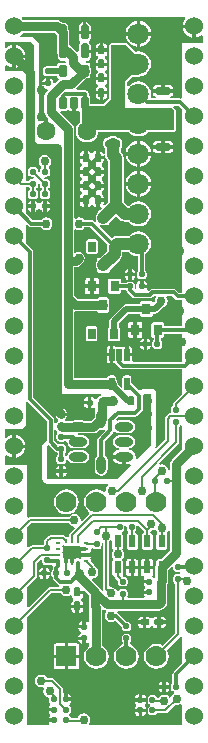
<source format=gbl>
G04 Layer_Physical_Order=2*
G04 Layer_Color=16750950*
%FSLAX24Y24*%
%MOIN*%
G70*
G01*
G75*
G04:AMPARAMS|DCode=10|XSize=20mil|YSize=20mil|CornerRadius=5mil|HoleSize=0mil|Usage=FLASHONLY|Rotation=270.000|XOffset=0mil|YOffset=0mil|HoleType=Round|Shape=RoundedRectangle|*
%AMROUNDEDRECTD10*
21,1,0.0200,0.0100,0,0,270.0*
21,1,0.0100,0.0200,0,0,270.0*
1,1,0.0100,-0.0050,-0.0050*
1,1,0.0100,-0.0050,0.0050*
1,1,0.0100,0.0050,0.0050*
1,1,0.0100,0.0050,-0.0050*
%
%ADD10ROUNDEDRECTD10*%
%ADD13C,0.0079*%
%ADD14C,0.0118*%
%ADD15C,0.0295*%
%ADD16C,0.0197*%
%ADD17C,0.0600*%
%ADD18C,0.0630*%
%ADD19C,0.0709*%
%ADD20R,0.0700X0.0700*%
%ADD21C,0.0700*%
%ADD22C,0.0295*%
%ADD23R,0.0098X0.0177*%
%ADD24R,0.0177X0.0098*%
%ADD25R,0.0316X0.0383*%
G04:AMPARAMS|DCode=26|XSize=50mil|YSize=24mil|CornerRadius=6mil|HoleSize=0mil|Usage=FLASHONLY|Rotation=0.000|XOffset=0mil|YOffset=0mil|HoleType=Round|Shape=RoundedRectangle|*
%AMROUNDEDRECTD26*
21,1,0.0500,0.0120,0,0,0.0*
21,1,0.0380,0.0240,0,0,0.0*
1,1,0.0120,0.0190,-0.0060*
1,1,0.0120,-0.0190,-0.0060*
1,1,0.0120,-0.0190,0.0060*
1,1,0.0120,0.0190,0.0060*
%
%ADD26ROUNDEDRECTD26*%
G04:AMPARAMS|DCode=27|XSize=20mil|YSize=20mil|CornerRadius=5mil|HoleSize=0mil|Usage=FLASHONLY|Rotation=180.000|XOffset=0mil|YOffset=0mil|HoleType=Round|Shape=RoundedRectangle|*
%AMROUNDEDRECTD27*
21,1,0.0200,0.0100,0,0,180.0*
21,1,0.0100,0.0200,0,0,180.0*
1,1,0.0100,-0.0050,0.0050*
1,1,0.0100,0.0050,0.0050*
1,1,0.0100,0.0050,-0.0050*
1,1,0.0100,-0.0050,-0.0050*
%
%ADD27ROUNDEDRECTD27*%
G04:AMPARAMS|DCode=28|XSize=30mil|YSize=22mil|CornerRadius=5.5mil|HoleSize=0mil|Usage=FLASHONLY|Rotation=0.000|XOffset=0mil|YOffset=0mil|HoleType=Round|Shape=RoundedRectangle|*
%AMROUNDEDRECTD28*
21,1,0.0300,0.0110,0,0,0.0*
21,1,0.0190,0.0220,0,0,0.0*
1,1,0.0110,0.0095,-0.0055*
1,1,0.0110,-0.0095,-0.0055*
1,1,0.0110,-0.0095,0.0055*
1,1,0.0110,0.0095,0.0055*
%
%ADD28ROUNDEDRECTD28*%
G04:AMPARAMS|DCode=29|XSize=30mil|YSize=22mil|CornerRadius=5.5mil|HoleSize=0mil|Usage=FLASHONLY|Rotation=270.000|XOffset=0mil|YOffset=0mil|HoleType=Round|Shape=RoundedRectangle|*
%AMROUNDEDRECTD29*
21,1,0.0300,0.0110,0,0,270.0*
21,1,0.0190,0.0220,0,0,270.0*
1,1,0.0110,-0.0055,-0.0095*
1,1,0.0110,-0.0055,0.0095*
1,1,0.0110,0.0055,0.0095*
1,1,0.0110,0.0055,-0.0095*
%
%ADD29ROUNDEDRECTD29*%
%ADD30O,0.0614X0.0307*%
%ADD31O,0.0307X0.0614*%
G04:AMPARAMS|DCode=32|XSize=17.7mil|YSize=41.3mil|CornerRadius=1.9mil|HoleSize=0mil|Usage=FLASHONLY|Rotation=180.000|XOffset=0mil|YOffset=0mil|HoleType=Round|Shape=RoundedRectangle|*
%AMROUNDEDRECTD32*
21,1,0.0177,0.0374,0,0,180.0*
21,1,0.0138,0.0413,0,0,180.0*
1,1,0.0039,-0.0069,0.0187*
1,1,0.0039,0.0069,0.0187*
1,1,0.0039,0.0069,-0.0187*
1,1,0.0039,-0.0069,-0.0187*
%
%ADD32ROUNDEDRECTD32*%
%ADD33R,0.0256X0.0374*%
G04:AMPARAMS|DCode=34|XSize=50mil|YSize=24mil|CornerRadius=6mil|HoleSize=0mil|Usage=FLASHONLY|Rotation=90.000|XOffset=0mil|YOffset=0mil|HoleType=Round|Shape=RoundedRectangle|*
%AMROUNDEDRECTD34*
21,1,0.0500,0.0120,0,0,90.0*
21,1,0.0380,0.0240,0,0,90.0*
1,1,0.0120,0.0060,0.0190*
1,1,0.0120,0.0060,-0.0190*
1,1,0.0120,-0.0060,-0.0190*
1,1,0.0120,-0.0060,0.0190*
%
%ADD34ROUNDEDRECTD34*%
G04:AMPARAMS|DCode=35|XSize=23.6mil|YSize=39.4mil|CornerRadius=2mil|HoleSize=0mil|Usage=FLASHONLY|Rotation=0.000|XOffset=0mil|YOffset=0mil|HoleType=Round|Shape=RoundedRectangle|*
%AMROUNDEDRECTD35*
21,1,0.0236,0.0354,0,0,0.0*
21,1,0.0196,0.0394,0,0,0.0*
1,1,0.0040,0.0098,-0.0177*
1,1,0.0040,-0.0098,-0.0177*
1,1,0.0040,-0.0098,0.0177*
1,1,0.0040,0.0098,0.0177*
%
%ADD35ROUNDEDRECTD35*%
%ADD36R,0.0236X0.0433*%
%ADD37C,0.0394*%
%ADD38C,0.0080*%
G36*
X34054Y40165D02*
X34093D01*
X34131Y40173D01*
X34137Y40177D01*
X34187Y40150D01*
Y39803D01*
X34192Y39791D01*
X34172Y39775D01*
X34111Y39697D01*
X34074Y39606D01*
X34061Y39508D01*
X34074Y39410D01*
X34111Y39319D01*
X34172Y39240D01*
X34250Y39180D01*
X34341Y39143D01*
X34439Y39130D01*
X34537Y39143D01*
X34628Y39180D01*
X34706Y39240D01*
X34766Y39319D01*
X34804Y39410D01*
X34811Y39463D01*
X35848D01*
X35854Y39454D01*
X35941Y39388D01*
X36042Y39346D01*
X36150Y39332D01*
X36258Y39346D01*
X36359Y39388D01*
X36446Y39454D01*
X36452Y39463D01*
X37323D01*
X37369Y39482D01*
X37388Y39528D01*
Y40197D01*
X37369Y40243D01*
X37310Y40301D01*
X37331Y40351D01*
X37477D01*
X37598Y40230D01*
Y34121D01*
X37507D01*
X37409Y34220D01*
X37369Y34246D01*
X37323Y34255D01*
X37323Y34255D01*
X36614D01*
X36568Y34246D01*
X36528Y34220D01*
X36528Y34220D01*
X36502Y34193D01*
X36470Y34197D01*
X36464Y34202D01*
X36435Y34245D01*
X36439Y34269D01*
X36260D01*
Y34328D01*
X36201D01*
Y34507D01*
X36160Y34499D01*
X36117Y34470D01*
X36089Y34428D01*
X36079Y34378D01*
Y34278D01*
X36057Y34244D01*
X36052Y34242D01*
X36027Y34269D01*
X36028Y34278D01*
Y34378D01*
X36020Y34420D01*
X35995Y34457D01*
X35959Y34481D01*
X35916Y34490D01*
X35816D01*
X35773Y34481D01*
X35737Y34457D01*
X35732Y34449D01*
X35576D01*
Y34528D01*
X35557Y34574D01*
X35511Y34593D01*
X35195D01*
X35149Y34574D01*
X35130Y34528D01*
Y34145D01*
X35149Y34099D01*
X35195Y34080D01*
X35511D01*
X35557Y34099D01*
X35576Y34145D01*
Y34206D01*
X35732D01*
X35737Y34198D01*
X35749Y34190D01*
X35754Y34166D01*
X35780Y34127D01*
X35938Y33969D01*
X35938Y33969D01*
X35977Y33943D01*
X36024Y33934D01*
X36535D01*
X36535Y33934D01*
X36582Y33943D01*
X36621Y33969D01*
X36664Y34012D01*
X36728D01*
X36749Y33962D01*
X36714Y33910D01*
X36698Y33829D01*
X36671Y33811D01*
X36621Y33814D01*
X36575Y33833D01*
X36259D01*
X36214Y33814D01*
X36195Y33768D01*
Y33738D01*
X35742D01*
X35680Y33726D01*
X35628Y33691D01*
X35220Y33284D01*
X35185Y33231D01*
X35173Y33169D01*
Y32984D01*
X35161Y32979D01*
X35142Y32933D01*
Y32559D01*
X35161Y32513D01*
X35207Y32494D01*
X35463D01*
X35509Y32513D01*
X35528Y32559D01*
Y32933D01*
X35509Y32979D01*
X35496Y32984D01*
Y33102D01*
X35809Y33415D01*
X36195D01*
Y33385D01*
X36214Y33340D01*
X36259Y33320D01*
X36575D01*
X36621Y33340D01*
X36640Y33385D01*
Y33415D01*
X36697D01*
X36759Y33428D01*
X36811Y33463D01*
X36979Y33631D01*
X36990Y33633D01*
X37059Y33679D01*
X37105Y33748D01*
X37121Y33829D01*
X37105Y33910D01*
X37070Y33962D01*
X37091Y34012D01*
X37273D01*
X37371Y33914D01*
X37371Y33914D01*
X37410Y33888D01*
X37457Y33879D01*
X37457Y33879D01*
X37598D01*
Y33001D01*
X37014D01*
Y33071D01*
X36995Y33117D01*
X36949Y33136D01*
X36633D01*
X36588Y33117D01*
X36569Y33071D01*
Y32689D01*
X36588Y32643D01*
X36633Y32624D01*
X36657D01*
Y32536D01*
X36649Y32531D01*
X36624Y32494D01*
X36616Y32452D01*
Y32352D01*
X36624Y32309D01*
X36649Y32272D01*
X36685Y32248D01*
X36728Y32239D01*
X36828D01*
X36871Y32248D01*
X36907Y32272D01*
X36932Y32309D01*
X36940Y32352D01*
Y32452D01*
X36932Y32494D01*
X36907Y32531D01*
X36899Y32536D01*
Y32624D01*
X36949D01*
X36995Y32643D01*
X37014Y32689D01*
Y32759D01*
X37598D01*
Y31814D01*
X35973D01*
X35936Y31864D01*
X35937Y31870D01*
Y31998D01*
X35768D01*
Y32057D01*
X35709D01*
Y32344D01*
X35699D01*
X35660Y32337D01*
X35628Y32315D01*
X35620Y32314D01*
X35612Y32319D01*
X35581Y32325D01*
X35443D01*
X35412Y32319D01*
X35403Y32314D01*
X35396Y32315D01*
X35363Y32337D01*
X35325Y32344D01*
X35315D01*
Y32057D01*
Y31770D01*
X35325D01*
X35363Y31777D01*
X35410Y31749D01*
X35426Y31725D01*
X35544Y31607D01*
X35544Y31607D01*
X35583Y31581D01*
X35630Y31572D01*
X35630Y31572D01*
X37598D01*
Y30742D01*
X37330Y30473D01*
X37308Y30440D01*
X37300Y30402D01*
Y30351D01*
X37272Y30332D01*
X37248Y30296D01*
X37239Y30253D01*
Y30153D01*
X37212Y30111D01*
X37199Y30102D01*
X37168Y30096D01*
X37136Y30074D01*
X37054Y29993D01*
X37032Y29960D01*
X37025Y29921D01*
Y29215D01*
X36743Y28934D01*
X36704Y28966D01*
X36723Y28994D01*
X36735Y29055D01*
X36735Y29055D01*
X36735Y30748D01*
X36723Y30809D01*
X36688Y30862D01*
X36636Y30896D01*
X36575Y30909D01*
X36334D01*
X36320Y30906D01*
X36306Y30906D01*
X36290Y30900D01*
X36272Y30896D01*
X36261Y30889D01*
X36248Y30884D01*
X36235Y30871D01*
X36220Y30862D01*
X36168Y30864D01*
X35918Y31114D01*
Y31280D01*
X35912Y31311D01*
X35894Y31337D01*
X35868Y31355D01*
X35837Y31361D01*
X35699D01*
X35668Y31355D01*
X35641Y31337D01*
X35624Y31311D01*
X35618Y31280D01*
Y30975D01*
X35571Y30956D01*
X35462Y31065D01*
X35468Y31093D01*
X35451Y31174D01*
X35406Y31242D01*
Y31280D01*
X35400Y31311D01*
X35382Y31337D01*
X35356Y31355D01*
X35325Y31361D01*
X35187D01*
X35156Y31355D01*
X35129Y31337D01*
X35112Y31311D01*
X35107Y31285D01*
X34001D01*
Y33479D01*
X34026Y33499D01*
X34778D01*
X34787Y33478D01*
X34833Y33459D01*
X35089D01*
X35134Y33478D01*
X35154Y33524D01*
Y33626D01*
X35156Y33630D01*
X35172Y33711D01*
X35156Y33792D01*
X35154Y33796D01*
Y33898D01*
X35134Y33944D01*
X35089Y33963D01*
X34833D01*
X34787Y33944D01*
X34778Y33922D01*
X34113D01*
X34001Y34035D01*
Y34965D01*
X34065D01*
X34146Y34982D01*
X34215Y35027D01*
X34303Y35116D01*
X34349Y35185D01*
X34365Y35266D01*
X34349Y35347D01*
X34303Y35415D01*
X34235Y35461D01*
X34154Y35477D01*
X34073Y35461D01*
X34050Y35446D01*
X34006Y35470D01*
Y36219D01*
X34056Y36246D01*
X34092Y36222D01*
X34173Y36206D01*
X34254Y36222D01*
X34323Y36268D01*
X34342Y36296D01*
X34545D01*
X35106Y35735D01*
X35103Y35726D01*
X35094Y35659D01*
Y35515D01*
X34869Y35290D01*
X34821D01*
X34775Y35271D01*
X34756Y35225D01*
Y35165D01*
X34754Y35163D01*
X34729Y35101D01*
X34720Y35033D01*
X34729Y34966D01*
X34754Y34904D01*
X34756Y34902D01*
Y34842D01*
X34775Y34796D01*
X34821Y34777D01*
X34958D01*
X34979Y34774D01*
X35000Y34777D01*
X35137D01*
X35183Y34796D01*
X35202Y34842D01*
Y34890D01*
X35536Y35224D01*
X35577Y35278D01*
X35603Y35340D01*
X35612Y35407D01*
Y35491D01*
X35827D01*
X35854Y35454D01*
X35941Y35388D01*
X36042Y35346D01*
X36138Y35334D01*
Y34862D01*
X36131Y34857D01*
X36106Y34820D01*
X36098Y34778D01*
Y34678D01*
X36106Y34635D01*
X36131Y34598D01*
X36167Y34574D01*
X36210Y34565D01*
X36310D01*
X36353Y34574D01*
X36389Y34598D01*
X36413Y34635D01*
X36422Y34678D01*
Y34778D01*
X36413Y34820D01*
X36389Y34857D01*
X36381Y34862D01*
Y35405D01*
X36446Y35454D01*
X36512Y35541D01*
X36554Y35642D01*
X36568Y35750D01*
X36554Y35858D01*
X36512Y35959D01*
X36446Y36045D01*
X36359Y36112D01*
X36258Y36154D01*
X36150Y36168D01*
X36042Y36154D01*
X35941Y36112D01*
X35854Y36045D01*
X35827Y36009D01*
X35443D01*
X35376Y36000D01*
X35314Y35974D01*
X35260Y35933D01*
X35255Y35928D01*
X34862Y36322D01*
X34883Y36372D01*
X34925D01*
X34979Y36365D01*
X35033Y36372D01*
X35107D01*
X35153Y36391D01*
X35172Y36437D01*
Y36451D01*
X35397Y36676D01*
X35506Y36567D01*
X35559Y36526D01*
X35622Y36500D01*
X35689Y36491D01*
X35827D01*
X35854Y36454D01*
X35941Y36388D01*
X36042Y36346D01*
X36150Y36332D01*
X36258Y36346D01*
X36359Y36388D01*
X36446Y36454D01*
X36512Y36541D01*
X36554Y36642D01*
X36568Y36750D01*
X36554Y36858D01*
X36512Y36959D01*
X36446Y37045D01*
X36359Y37112D01*
X36258Y37154D01*
X36150Y37168D01*
X36042Y37154D01*
X35941Y37112D01*
X35854Y37045D01*
X35839Y37026D01*
X35782Y37023D01*
X35656Y37149D01*
Y37677D01*
Y38150D01*
Y38622D01*
X35647Y38689D01*
X35621Y38752D01*
X35580Y38805D01*
X35553Y38833D01*
Y38931D01*
X35570Y38942D01*
X35597Y38982D01*
X35606Y39029D01*
Y39149D01*
X35597Y39196D01*
X35570Y39235D01*
X35531Y39262D01*
X35484Y39271D01*
X35478D01*
X35477Y39272D01*
X35423Y39313D01*
X35361Y39339D01*
X35294Y39348D01*
X35227Y39339D01*
X35164Y39313D01*
X35111Y39272D01*
X35110Y39271D01*
X35104D01*
X35057Y39262D01*
X35017Y39235D01*
X34991Y39196D01*
X34981Y39149D01*
Y39029D01*
X34991Y38982D01*
X35017Y38942D01*
X35035Y38931D01*
Y38740D01*
X34985Y38735D01*
X34978Y38769D01*
X34948Y38813D01*
X34904Y38843D01*
X34856Y38853D01*
Y38681D01*
X34988D01*
Y38695D01*
X35038Y38698D01*
X35043Y38658D01*
X35069Y38596D01*
X35111Y38542D01*
X35138Y38515D01*
Y38150D01*
Y37677D01*
Y37149D01*
X35030Y37042D01*
X34981Y37058D01*
X34978Y37061D01*
X34988Y37110D01*
Y37146D01*
X34856D01*
Y36974D01*
X34901Y36983D01*
X34904Y36981D01*
X34920Y36932D01*
X34864Y36876D01*
X34851D01*
X34805Y36857D01*
X34786Y36811D01*
Y36795D01*
X34754Y36754D01*
X34729Y36691D01*
X34720Y36624D01*
X34729Y36557D01*
X34750Y36504D01*
X34708Y36476D01*
X34681Y36503D01*
X34641Y36529D01*
X34595Y36539D01*
X34595Y36539D01*
X34342D01*
X34323Y36567D01*
X34254Y36613D01*
X34173Y36629D01*
X34092Y36613D01*
X34056Y36589D01*
X34006Y36616D01*
Y37205D01*
Y37677D01*
Y38150D01*
Y38622D01*
Y39581D01*
X33990Y39663D01*
X33944Y39731D01*
X33541Y40135D01*
X33562Y40184D01*
X33719D01*
X33750Y40191D01*
X33762Y40199D01*
X33818Y40197D01*
X33825Y40195D01*
X33858Y40173D01*
X33896Y40165D01*
X33935D01*
Y40443D01*
X34054D01*
Y40165D01*
D02*
G37*
G36*
X35748Y42362D02*
X36181Y41929D01*
X36181Y41378D01*
X35906D01*
X35709Y41181D01*
Y40276D01*
X37244D01*
X37323Y40197D01*
Y39528D01*
X34528D01*
X34252Y39803D01*
Y40354D01*
X35000D01*
X35236Y40591D01*
Y42362D01*
X35630D01*
X35748Y42362D01*
D02*
G37*
G36*
X32948Y25214D02*
Y25144D01*
X32957Y25101D01*
X32981Y25064D01*
X33017Y25040D01*
X33060Y25032D01*
X33160D01*
X33203Y25040D01*
X33227Y25056D01*
X33281D01*
X33308Y25006D01*
X33300Y24994D01*
X33291Y24948D01*
X33291Y24948D01*
Y24898D01*
X33283Y24893D01*
X33259Y24857D01*
X33250Y24814D01*
Y24714D01*
X33259Y24671D01*
X33283Y24634D01*
X33291Y24629D01*
Y24619D01*
X33291Y24619D01*
X33300Y24572D01*
X33327Y24533D01*
X33457Y24402D01*
X33457Y24402D01*
X33497Y24376D01*
X33517Y24321D01*
X33516Y24320D01*
X33508Y24314D01*
X33213D01*
X33174Y24306D01*
X33141Y24284D01*
X32487Y23630D01*
X32441Y23650D01*
Y24298D01*
X32749Y24606D01*
X32771Y24638D01*
X32778Y24677D01*
Y25116D01*
X32898Y25235D01*
X32948Y25214D01*
D02*
G37*
G36*
X32677Y42362D02*
Y39055D01*
X33583D01*
Y35202D01*
X33578Y35177D01*
Y33947D01*
Y31073D01*
X33583Y31048D01*
Y30748D01*
X34908D01*
X34913Y30698D01*
X34877Y30691D01*
X34809Y30645D01*
X34769Y30606D01*
X34740Y30562D01*
X34723Y30560D01*
X34683Y30567D01*
X34662Y30599D01*
X34619Y30627D01*
X34578Y30635D01*
Y30456D01*
Y30276D01*
X34619Y30285D01*
X34657Y30310D01*
X34679Y30305D01*
X34707Y30291D01*
Y30151D01*
X34704Y30146D01*
X34688Y30063D01*
Y29991D01*
X34554Y29857D01*
X34326D01*
X34295Y29863D01*
X33988D01*
X33958Y29857D01*
X33712D01*
X33697Y29907D01*
X33720Y29923D01*
X33748Y29965D01*
X33757Y30006D01*
X33577D01*
X33398D01*
X33406Y29965D01*
X33434Y29923D01*
X33466Y29901D01*
X33473Y29862D01*
X33471Y29844D01*
X33427Y29815D01*
X33400Y29774D01*
X33350Y29789D01*
Y29882D01*
X33350Y29882D01*
X33340Y29928D01*
X33314Y29968D01*
X33314Y29968D01*
X32641Y30641D01*
Y35480D01*
X32641Y35480D01*
X32632Y35527D01*
X32606Y35566D01*
X32606Y35566D01*
X32402Y35770D01*
Y36361D01*
X32448Y36381D01*
X32497Y36331D01*
X32497Y36331D01*
X32536Y36305D01*
X32583Y36296D01*
X32583Y36296D01*
X32902D01*
X32921Y36268D01*
X32990Y36222D01*
X33071Y36206D01*
X33152Y36222D01*
X33221Y36268D01*
X33266Y36336D01*
X33283Y36417D01*
X33266Y36498D01*
X33221Y36567D01*
X33152Y36613D01*
X33071Y36629D01*
X32990Y36613D01*
X32921Y36567D01*
X32902Y36539D01*
X32633D01*
X32402Y36770D01*
Y37648D01*
X32490D01*
X32508Y37620D01*
X32536Y37602D01*
Y37550D01*
X32508Y37531D01*
X32484Y37494D01*
X32476Y37452D01*
Y37352D01*
X32484Y37309D01*
X32508Y37272D01*
X32545Y37248D01*
X32588Y37239D01*
X32688D01*
X32731Y37248D01*
X32767Y37272D01*
X32791Y37309D01*
X32800Y37352D01*
Y37452D01*
X32791Y37494D01*
X32767Y37531D01*
X32739Y37550D01*
Y37602D01*
X32767Y37620D01*
X32791Y37657D01*
X32800Y37700D01*
Y37737D01*
X32850Y37763D01*
X32869Y37748D01*
Y37700D01*
X32878Y37657D01*
X32902Y37620D01*
X32930Y37602D01*
Y37550D01*
X32902Y37531D01*
X32878Y37494D01*
X32869Y37452D01*
Y37352D01*
X32878Y37309D01*
X32902Y37272D01*
X32939Y37248D01*
X32982Y37239D01*
X33082D01*
X33124Y37248D01*
X33161Y37272D01*
X33185Y37309D01*
X33194Y37352D01*
Y37452D01*
X33185Y37494D01*
X33161Y37531D01*
X33133Y37550D01*
Y37602D01*
X33161Y37620D01*
X33185Y37657D01*
X33194Y37700D01*
Y37800D01*
X33185Y37843D01*
X33161Y37879D01*
X33124Y37903D01*
X33082Y37912D01*
X33033D01*
X33012Y37938D01*
X33035Y37987D01*
X33082D01*
X33124Y37996D01*
X33161Y38020D01*
X33185Y38057D01*
X33194Y38100D01*
Y38200D01*
X33185Y38243D01*
X33161Y38279D01*
X33159Y38280D01*
Y38339D01*
X33181Y38354D01*
X33227Y38423D01*
X33243Y38504D01*
X33227Y38585D01*
X33181Y38654D01*
X33113Y38700D01*
X33031Y38716D01*
X32950Y38700D01*
X32882Y38654D01*
X32836Y38585D01*
X32820Y38504D01*
X32836Y38423D01*
X32882Y38354D01*
X32904Y38339D01*
Y38280D01*
X32902Y38279D01*
X32878Y38243D01*
X32869Y38200D01*
Y38168D01*
X32819Y38143D01*
X32800Y38157D01*
Y38200D01*
X32791Y38243D01*
X32767Y38279D01*
X32731Y38303D01*
X32688Y38312D01*
X32588D01*
X32545Y38303D01*
X32508Y38279D01*
X32484Y38243D01*
X32476Y38200D01*
Y38100D01*
X32484Y38057D01*
X32508Y38020D01*
X32545Y37996D01*
X32588Y37987D01*
X32643D01*
X32663Y37961D01*
X32641Y37912D01*
X32588D01*
X32545Y37903D01*
X32508Y37879D01*
X32490Y37851D01*
X32402D01*
Y41260D01*
Y41496D01*
X31701D01*
Y41689D01*
X31751Y41714D01*
X31809Y41669D01*
X31901Y41631D01*
X31941Y41626D01*
Y42000D01*
Y42374D01*
X31901Y42369D01*
X31809Y42331D01*
X31751Y42286D01*
X31701Y42311D01*
Y42480D01*
X32559D01*
X32677Y42362D01*
D02*
G37*
G36*
X37318Y24980D02*
Y24924D01*
X37327Y24881D01*
X37351Y24844D01*
X37387Y24820D01*
X37430Y24811D01*
X37530D01*
X37563Y24774D01*
X37552Y24762D01*
X37518Y24736D01*
X37430D01*
X37387Y24727D01*
X37351Y24703D01*
X37327Y24667D01*
X37318Y24624D01*
Y24524D01*
X37327Y24481D01*
X37351Y24444D01*
X37379Y24426D01*
Y22772D01*
X36961Y22355D01*
X36957Y22358D01*
X36857Y22399D01*
X36750Y22414D01*
X36643Y22399D01*
X36543Y22358D01*
X36458Y22292D01*
X36392Y22207D01*
X36351Y22107D01*
X36336Y22000D01*
X36351Y21893D01*
X36392Y21793D01*
X36458Y21708D01*
X36543Y21642D01*
X36643Y21601D01*
X36750Y21586D01*
X36857Y21601D01*
X36957Y21642D01*
X37042Y21708D01*
X37108Y21793D01*
X37149Y21893D01*
X37164Y22000D01*
X37149Y22107D01*
X37108Y22207D01*
X37105Y22211D01*
X37548Y22655D01*
X37563Y22654D01*
X37598Y22638D01*
Y21770D01*
X37319Y21491D01*
X37293Y21451D01*
X37283Y21405D01*
X37283Y21405D01*
Y21119D01*
X37275Y21114D01*
X37251Y21077D01*
X37243Y21034D01*
Y20934D01*
X37251Y20891D01*
X37275Y20855D01*
X37312Y20831D01*
X37331Y20827D01*
X37341Y20774D01*
X37291Y20740D01*
X37245Y20672D01*
X37237Y20632D01*
X37184Y20621D01*
X37158Y20662D01*
X37089Y20707D01*
X37008Y20724D01*
X36927Y20707D01*
X36858Y20662D01*
X36826Y20613D01*
X36777D01*
X36771Y20644D01*
X36747Y20680D01*
X36710Y20705D01*
X36667Y20713D01*
X36567D01*
X36524Y20705D01*
X36488Y20680D01*
X36464Y20644D01*
X36455Y20601D01*
Y20501D01*
X36464Y20458D01*
X36488Y20422D01*
X36520Y20401D01*
X36522Y20374D01*
X36520Y20347D01*
X36488Y20326D01*
X36464Y20290D01*
X36455Y20247D01*
Y20147D01*
X36464Y20104D01*
X36488Y20068D01*
X36524Y20043D01*
X36567Y20035D01*
X36667D01*
X36710Y20043D01*
X36747Y20068D01*
X36765Y20096D01*
X37047D01*
X37086Y20103D01*
X37119Y20125D01*
X37384Y20390D01*
X37441Y20379D01*
X37522Y20395D01*
X37548Y20413D01*
X37598Y20386D01*
Y19701D01*
X34516D01*
X34493Y19751D01*
X34526Y19801D01*
X34542Y19882D01*
X34526Y19963D01*
X34480Y20032D01*
X34412Y20077D01*
X34331Y20094D01*
X34250Y20077D01*
X34181Y20032D01*
X34135Y19963D01*
X34131Y19944D01*
X33891D01*
X33887Y19965D01*
X33863Y20001D01*
X33831Y20023D01*
X33828Y20049D01*
X33831Y20076D01*
X33863Y20097D01*
X33887Y20133D01*
X33896Y20176D01*
Y20276D01*
X33887Y20319D01*
X33863Y20356D01*
X33850Y20364D01*
X33849Y20367D01*
X33852Y20422D01*
X33876Y20438D01*
X33905Y20480D01*
X33913Y20522D01*
X33733D01*
Y20581D01*
X33674D01*
Y20760D01*
X33674Y20760D01*
X33635Y20792D01*
Y20915D01*
X33628Y20954D01*
X33606Y20986D01*
X33339Y21253D01*
X33306Y21275D01*
X33268Y21282D01*
X33095D01*
X33063Y21331D01*
X32994Y21377D01*
X32913Y21393D01*
X32832Y21377D01*
X32764Y21331D01*
X32718Y21262D01*
X32702Y21181D01*
X32718Y21100D01*
X32764Y21031D01*
X32832Y20986D01*
X32913Y20969D01*
X32984Y20983D01*
X33010Y20957D01*
X33017Y20943D01*
X32993Y20908D01*
X32977Y20827D01*
X32993Y20746D01*
X33039Y20677D01*
X33108Y20631D01*
X33171Y20619D01*
Y20531D01*
X33180Y20488D01*
X33204Y20451D01*
X33217Y20443D01*
X33218Y20440D01*
X33215Y20385D01*
X33191Y20369D01*
X33162Y20327D01*
X33154Y20285D01*
X33333D01*
Y20167D01*
X33154D01*
X33162Y20126D01*
X33191Y20084D01*
X33197Y20079D01*
Y20019D01*
X33191Y20015D01*
X33162Y19972D01*
X33154Y19931D01*
X33333D01*
Y19813D01*
X33154D01*
X33162Y19772D01*
X33176Y19751D01*
X33150Y19701D01*
X32452D01*
X32441Y19728D01*
Y23298D01*
X33255Y24111D01*
X33558D01*
X33590Y24063D01*
X33659Y24017D01*
X33740Y24001D01*
X33821Y24017D01*
X33868Y24048D01*
X33887Y24045D01*
X33921Y24026D01*
X33928Y23987D01*
X33958Y23942D01*
X33983Y23926D01*
Y23870D01*
X33958Y23853D01*
X33928Y23809D01*
X33918Y23756D01*
Y23720D01*
X34109D01*
X34301D01*
Y23756D01*
X34290Y23809D01*
X34261Y23853D01*
X34236Y23870D01*
Y23926D01*
X34261Y23942D01*
X34290Y23987D01*
X34301Y24039D01*
Y24075D01*
X34109D01*
Y24193D01*
X34350D01*
X34351Y24193D01*
X34498Y24046D01*
Y23661D01*
X34514Y23580D01*
X34516Y23577D01*
Y23157D01*
X34487Y23143D01*
X34466Y23138D01*
X34428Y23163D01*
X34387Y23172D01*
Y22992D01*
X34328D01*
Y22933D01*
X34148D01*
X34156Y22892D01*
X34185Y22849D01*
X34227Y22821D01*
X34228Y22821D01*
Y22770D01*
X34227Y22770D01*
X34185Y22741D01*
X34156Y22699D01*
X34148Y22657D01*
X34328D01*
Y22598D01*
X34387D01*
Y22419D01*
X34428Y22427D01*
X34466Y22453D01*
X34487Y22447D01*
X34516Y22434D01*
Y22337D01*
X34458Y22292D01*
X34392Y22207D01*
X34351Y22107D01*
X34336Y22000D01*
X34351Y21893D01*
X34392Y21793D01*
X34458Y21708D01*
X34543Y21642D01*
X34643Y21601D01*
X34750Y21586D01*
X34857Y21601D01*
X34957Y21642D01*
X35042Y21708D01*
X35108Y21793D01*
X35149Y21893D01*
X35164Y22000D01*
X35149Y22107D01*
X35108Y22207D01*
X35042Y22292D01*
X34957Y22358D01*
X34939Y22365D01*
Y22762D01*
X34946Y22795D01*
X34939Y22829D01*
Y22992D01*
Y23528D01*
X34989Y23555D01*
X35012Y23539D01*
X35054Y23531D01*
X35056Y23529D01*
X35073Y23476D01*
X35041Y23427D01*
X35025Y23346D01*
X35041Y23265D01*
X35087Y23197D01*
X35155Y23151D01*
X35236Y23135D01*
X35317Y23151D01*
X35379Y23192D01*
X35586Y22986D01*
Y22945D01*
X35594Y22902D01*
X35619Y22866D01*
X35655Y22842D01*
X35698Y22833D01*
X35798D01*
X35841Y22842D01*
X35877Y22866D01*
X35902Y22902D01*
X35910Y22945D01*
Y23045D01*
X35902Y23088D01*
X35877Y23125D01*
X35841Y23149D01*
X35798Y23157D01*
X35758D01*
X35483Y23432D01*
X35443Y23459D01*
X35438Y23473D01*
X35473Y23523D01*
X36831D01*
X36912Y23539D01*
X36956Y23569D01*
X36971Y23572D01*
X37009Y23597D01*
X37034Y23635D01*
X37035Y23640D01*
X37052Y23657D01*
X37098Y23726D01*
X37114Y23807D01*
Y24134D01*
Y24418D01*
X37125Y24434D01*
X37141Y24515D01*
Y24873D01*
X37268Y25000D01*
X37318Y24980D01*
D02*
G37*
G36*
X37714Y43249D02*
X37669Y43191D01*
X37631Y43099D01*
X37626Y43059D01*
X38000D01*
Y43000D01*
X38059D01*
Y42626D01*
X38099Y42631D01*
X38191Y42669D01*
X38249Y42714D01*
X38299Y42689D01*
Y42441D01*
X37598D01*
Y40624D01*
X37548Y40590D01*
X37528Y40594D01*
X37528Y40594D01*
X37199D01*
X37195Y40644D01*
X37213Y40647D01*
X37259Y40678D01*
X37289Y40724D01*
X37300Y40778D01*
Y40779D01*
X36969D01*
X36637D01*
Y40778D01*
X36648Y40724D01*
X36678Y40678D01*
X36724Y40647D01*
X36742Y40644D01*
X36737Y40594D01*
X36584D01*
X36554Y40633D01*
X36554Y40644D01*
X36568Y40750D01*
X36554Y40858D01*
X36512Y40959D01*
X36446Y41045D01*
X36359Y41112D01*
X36258Y41154D01*
X36150Y41168D01*
X36042Y41154D01*
X35941Y41112D01*
X35854Y41045D01*
X35824Y41005D01*
X35774Y41022D01*
Y41154D01*
X35932Y41313D01*
X36181D01*
X36227Y41332D01*
X36231Y41343D01*
X36258Y41346D01*
X36359Y41388D01*
X36446Y41455D01*
X36512Y41541D01*
X36554Y41642D01*
X36568Y41750D01*
X36554Y41858D01*
X36512Y41959D01*
X36446Y42045D01*
X36359Y42112D01*
X36258Y42154D01*
X36150Y42168D01*
X36048Y42154D01*
X35794Y42408D01*
X35748Y42427D01*
X35630Y42427D01*
X35236D01*
X35190Y42408D01*
X35171Y42362D01*
Y40617D01*
X34973Y40419D01*
X34548D01*
Y40620D01*
X34542Y40651D01*
X34524Y40677D01*
X34498Y40695D01*
X34490Y40697D01*
Y40750D01*
X34490Y40750D01*
X34481Y40796D01*
X34454Y40835D01*
X34454Y40835D01*
X34445Y40845D01*
X34406Y40871D01*
X34359Y40880D01*
X34359Y40880D01*
X34093D01*
X34073Y40930D01*
X34409Y41267D01*
X34467D01*
X34498Y41273D01*
X34524Y41291D01*
X34542Y41318D01*
X34548Y41349D01*
Y41421D01*
X34564Y41445D01*
X34580Y41526D01*
X34564Y41607D01*
X34548Y41630D01*
Y41702D01*
X34542Y41734D01*
X34524Y41760D01*
X34498Y41778D01*
X34467Y41784D01*
X34415D01*
X34414Y41834D01*
X34469Y41845D01*
X34515Y41875D01*
X34545Y41921D01*
X34556Y41975D01*
Y42106D01*
X34354D01*
Y42224D01*
X34556D01*
Y42355D01*
X34545Y42409D01*
X34515Y42455D01*
Y42505D01*
X34545Y42551D01*
X34556Y42605D01*
Y42736D01*
X34354D01*
X34153D01*
Y42605D01*
X34164Y42551D01*
X34194Y42505D01*
Y42455D01*
X34164Y42409D01*
X34153Y42355D01*
Y42162D01*
X34103Y42141D01*
X33929Y42315D01*
X33861Y42361D01*
X33846Y42364D01*
Y42795D01*
X33830Y42876D01*
X33817Y42896D01*
Y42985D01*
X33808Y43032D01*
X33781Y43072D01*
X33741Y43098D01*
X33694Y43108D01*
X33622D01*
X33579Y43150D01*
X33511Y43196D01*
X33430Y43212D01*
X32292D01*
X32263Y43250D01*
X32275Y43299D01*
X37689D01*
X37714Y43249D01*
D02*
G37*
G36*
X37598Y29691D02*
Y28898D01*
X37252Y28551D01*
X37206Y28483D01*
X37190Y28402D01*
Y28199D01*
X37140Y28194D01*
X37125Y28270D01*
X37079Y28339D01*
X37010Y28385D01*
X36929Y28401D01*
X36871Y28389D01*
X36846Y28435D01*
X37473Y29062D01*
X37495Y29095D01*
X37503Y29134D01*
Y29655D01*
X37531Y29674D01*
X37548Y29700D01*
X37598Y29691D01*
D02*
G37*
G36*
X33107Y29832D02*
Y29180D01*
X33099Y29179D01*
X33099Y29179D01*
X33049Y29158D01*
X33049Y29158D01*
X32997Y29123D01*
X32962Y29071D01*
X32950Y29010D01*
X32950Y27913D01*
X32962Y27852D01*
X32997Y27800D01*
X33049Y27765D01*
X33110Y27753D01*
X35149Y27753D01*
X35164Y27703D01*
X35114Y27669D01*
X35068Y27601D01*
X35052Y27520D01*
X35057Y27494D01*
X35012Y27466D01*
X34957Y27508D01*
X34857Y27549D01*
X34750Y27564D01*
X34643Y27549D01*
X34543Y27508D01*
X34458Y27442D01*
X34392Y27357D01*
X34351Y27257D01*
X34336Y27150D01*
X34351Y27043D01*
X34392Y26943D01*
X34458Y26858D01*
X34507Y26820D01*
X34511Y26809D01*
X34509Y26755D01*
X34271Y26517D01*
X34226Y26543D01*
X34211Y26616D01*
X34165Y26685D01*
X34097Y26731D01*
X34016Y26747D01*
X33970Y26738D01*
X33946Y26733D01*
X33931Y26781D01*
X33957Y26792D01*
X34042Y26858D01*
X34108Y26943D01*
X34149Y27043D01*
X34164Y27150D01*
X34149Y27257D01*
X34108Y27357D01*
X34042Y27442D01*
X33957Y27508D01*
X33857Y27549D01*
X33750Y27564D01*
X33643Y27549D01*
X33543Y27508D01*
X33458Y27442D01*
X33392Y27357D01*
X33351Y27257D01*
X33336Y27150D01*
X33351Y27043D01*
X33392Y26943D01*
X33458Y26858D01*
X33543Y26792D01*
X33643Y26751D01*
X33750Y26736D01*
X33857Y26751D01*
X33902Y26769D01*
X33925Y26725D01*
X33905Y26711D01*
X33866Y26685D01*
X33834Y26637D01*
X32535D01*
X32497Y26629D01*
X32491Y26625D01*
X32441Y26652D01*
Y28386D01*
X31701D01*
Y28689D01*
X31751Y28714D01*
X31809Y28669D01*
X31901Y28631D01*
X31941Y28626D01*
Y29000D01*
Y29374D01*
X31901Y29369D01*
X31809Y29331D01*
X31751Y29286D01*
X31701Y29311D01*
Y29567D01*
X32283D01*
X32402Y29685D01*
Y30466D01*
X32452Y30487D01*
X33107Y29832D01*
D02*
G37*
G36*
X36575Y29055D02*
X36097Y28577D01*
X36051Y28602D01*
X36060Y28646D01*
X36042Y28736D01*
X35990Y28813D01*
X35913Y28864D01*
X35837Y28880D01*
Y28931D01*
X35906Y28945D01*
X35977Y28992D01*
X36024Y29062D01*
X36041Y29146D01*
X36024Y29229D01*
X35977Y29300D01*
X35906Y29347D01*
X35823Y29363D01*
X35516D01*
X35432Y29347D01*
X35362Y29300D01*
X35315Y29229D01*
X35298Y29146D01*
X35315Y29062D01*
X35362Y28992D01*
X35432Y28945D01*
X35502Y28931D01*
Y28880D01*
X35425Y28864D01*
X35348Y28813D01*
X35297Y28736D01*
X35291Y28705D01*
X35669D01*
Y28646D01*
X35728D01*
Y28409D01*
X35823D01*
X35866Y28418D01*
X35891Y28371D01*
X35433Y27913D01*
X33110Y27913D01*
X33110Y29010D01*
X33160Y29030D01*
X33359Y28831D01*
X33359Y28831D01*
X33398Y28805D01*
X33442Y28796D01*
X33448Y28788D01*
X33456Y28783D01*
Y28704D01*
X33448Y28699D01*
X33424Y28662D01*
X33415Y28619D01*
Y28519D01*
X33424Y28476D01*
X33448Y28440D01*
X33484Y28416D01*
X33527Y28407D01*
X33627D01*
X33670Y28416D01*
X33706Y28440D01*
X33731Y28476D01*
X33739Y28519D01*
Y28530D01*
X33786Y28559D01*
X33789Y28559D01*
X33834Y28492D01*
X33905Y28445D01*
X33988Y28428D01*
X34295D01*
X34379Y28445D01*
X34449Y28492D01*
X34496Y28562D01*
X34513Y28646D01*
X34496Y28729D01*
X34449Y28800D01*
X34379Y28847D01*
X34295Y28863D01*
X33988D01*
X33905Y28847D01*
X33834Y28800D01*
X33787Y28729D01*
X33779Y28687D01*
X33729Y28678D01*
X33699Y28710D01*
Y28783D01*
X33706Y28788D01*
X33731Y28824D01*
X33739Y28867D01*
Y28967D01*
X33731Y29010D01*
X33706Y29047D01*
X33670Y29071D01*
X33627Y29079D01*
X33527D01*
X33484Y29071D01*
X33471Y29062D01*
X33350Y29184D01*
Y29542D01*
X33400Y29557D01*
X33427Y29516D01*
X33441Y29502D01*
X33448Y29447D01*
X33424Y29410D01*
X33415Y29367D01*
Y29267D01*
X33424Y29224D01*
X33448Y29188D01*
X33484Y29164D01*
X33527Y29155D01*
X33627D01*
X33670Y29164D01*
X33706Y29188D01*
X33734Y29183D01*
X33770Y29146D01*
X33787Y29062D01*
X33834Y28992D01*
X33905Y28945D01*
X33988Y28928D01*
X34295D01*
X34379Y28945D01*
X34449Y28992D01*
X34496Y29062D01*
X34513Y29146D01*
X34496Y29229D01*
X34449Y29300D01*
X34379Y29347D01*
X34295Y29363D01*
X34129D01*
X34120Y29378D01*
X34146Y29428D01*
X34295D01*
X34326Y29434D01*
X34642D01*
X34723Y29450D01*
X34791Y29496D01*
X34846Y29550D01*
X34906Y29538D01*
X34989Y29555D01*
X35000Y29563D01*
X35032Y29524D01*
X34820Y29311D01*
X34793Y29272D01*
X34784Y29225D01*
X34784Y29225D01*
Y28711D01*
X34752Y28689D01*
X34704Y28619D01*
X34688Y28535D01*
Y28228D01*
X34704Y28145D01*
X34752Y28074D01*
X34822Y28027D01*
X34906Y28011D01*
X34989Y28027D01*
X35059Y28074D01*
X35107Y28145D01*
X35123Y28228D01*
Y28535D01*
X35107Y28619D01*
X35059Y28689D01*
X35027Y28711D01*
Y29175D01*
X35297Y29445D01*
X35297Y29445D01*
X35315Y29472D01*
X35328Y29477D01*
X35361Y29484D01*
X35372Y29484D01*
X35374Y29484D01*
X35432Y29445D01*
X35516Y29428D01*
X35823D01*
X35906Y29445D01*
X35977Y29492D01*
X36024Y29562D01*
X36041Y29646D01*
X36024Y29729D01*
X35977Y29800D01*
X35906Y29847D01*
X35823Y29863D01*
X35516D01*
X35435Y29847D01*
X35432Y29850D01*
X35414Y29897D01*
X35507Y29990D01*
X36038D01*
X36038Y29990D01*
X36084Y29999D01*
X36124Y30026D01*
X36267Y30169D01*
X36267Y30169D01*
X36293Y30208D01*
X36302Y30255D01*
Y30679D01*
X36302Y30679D01*
X36299Y30698D01*
X36334Y30748D01*
X36575D01*
X36575Y29055D01*
D02*
G37*
G36*
X36336Y26159D02*
Y26108D01*
X36319D01*
X36273Y26089D01*
X36254Y26043D01*
Y25610D01*
X36273Y25564D01*
X36319Y25545D01*
X36555D01*
X36601Y25564D01*
X36620Y25610D01*
Y26043D01*
X36601Y26089D01*
X36555Y26108D01*
X36538D01*
Y26159D01*
X36588Y26208D01*
X36656Y26222D01*
X36691Y26245D01*
X36747Y26222D01*
X36753Y26189D01*
X36780Y26149D01*
X36765Y26089D01*
X36765D01*
X36765Y26089D01*
X36746Y26043D01*
Y25610D01*
X36765Y25564D01*
X36811Y25545D01*
X37047D01*
X37093Y25564D01*
X37112Y25610D01*
Y26043D01*
X37093Y26089D01*
X37110Y26137D01*
X37140Y26182D01*
X37167Y26181D01*
X37190Y26174D01*
Y25521D01*
X36911Y25242D01*
X36811D01*
X36765Y25223D01*
X36746Y25177D01*
Y25060D01*
X36734Y25042D01*
X36717Y24961D01*
Y24607D01*
X36669Y24599D01*
X36667Y24599D01*
X36646Y24631D01*
X36632Y24640D01*
X36614Y24683D01*
X36622Y24702D01*
X36629Y24713D01*
X36635Y24744D01*
Y24902D01*
X36239D01*
Y24744D01*
X36245Y24713D01*
X36262Y24687D01*
X36288Y24670D01*
X36319Y24664D01*
X36326D01*
X36348Y24614D01*
X36331Y24588D01*
X36323Y24547D01*
X36503D01*
Y24429D01*
X36323D01*
X36331Y24388D01*
X36360Y24345D01*
X36366Y24341D01*
Y24281D01*
X36360Y24277D01*
X36331Y24234D01*
X36323Y24193D01*
X36503D01*
Y24075D01*
X36323D01*
X36331Y24034D01*
X36356Y23997D01*
X36350Y23972D01*
X36336Y23947D01*
X35809D01*
X35782Y23997D01*
X35784Y23998D01*
X35792Y24041D01*
Y24141D01*
X35784Y24184D01*
X35759Y24221D01*
X35723Y24245D01*
X35680Y24253D01*
X35580D01*
X35537Y24245D01*
X35501Y24221D01*
X35479Y24188D01*
X35465Y24184D01*
X35425Y24185D01*
X35386Y24244D01*
X35317Y24290D01*
X35236Y24306D01*
X35219Y24303D01*
X35180Y24334D01*
Y25842D01*
X35220Y25868D01*
X35270Y25853D01*
Y25610D01*
X35289Y25564D01*
X35298Y25506D01*
X35277Y25475D01*
X35261Y25394D01*
X35277Y25313D01*
X35298Y25281D01*
X35289Y25223D01*
X35270Y25177D01*
Y24744D01*
X35289Y24698D01*
X35335Y24679D01*
X35351D01*
Y24669D01*
X35359Y24630D01*
X35381Y24597D01*
X35468Y24510D01*
Y24441D01*
X35476Y24398D01*
X35501Y24362D01*
X35537Y24338D01*
X35580Y24329D01*
X35680D01*
X35723Y24338D01*
X35759Y24362D01*
X35784Y24398D01*
X35792Y24441D01*
Y24541D01*
X35784Y24584D01*
X35759Y24621D01*
X35723Y24645D01*
X35680Y24653D01*
X35637D01*
X35619Y24703D01*
X35636Y24744D01*
Y25177D01*
X35617Y25223D01*
X35638Y25267D01*
X35668Y25313D01*
X35684Y25394D01*
X35668Y25475D01*
X35638Y25520D01*
X35617Y25564D01*
X35636Y25610D01*
Y26043D01*
X35617Y26089D01*
X35606Y26094D01*
X35611Y26146D01*
X35611Y26146D01*
X35648Y26170D01*
X35672Y26206D01*
X35681Y26249D01*
Y26349D01*
X35694Y26364D01*
X35713D01*
X35756Y26319D01*
Y26249D01*
X35765Y26206D01*
X35789Y26170D01*
X35817Y26151D01*
Y26104D01*
X35781Y26089D01*
X35762Y26043D01*
Y25610D01*
X35781Y25564D01*
X35827Y25545D01*
X36063D01*
X36109Y25564D01*
X36128Y25610D01*
Y26043D01*
X36109Y26089D01*
X36063Y26108D01*
X36041D01*
X36030Y26158D01*
X36048Y26170D01*
X36072Y26206D01*
X36081Y26249D01*
Y26343D01*
X36095Y26354D01*
X36128Y26366D01*
X36336Y26159D01*
D02*
G37*
G36*
X34977Y25798D02*
Y24252D01*
X34985Y24213D01*
X34946Y24181D01*
X34889Y24238D01*
X34876Y24259D01*
X34873Y24274D01*
X34847Y24312D01*
X34809Y24337D01*
X34805Y24338D01*
X34596Y24546D01*
X34619Y24594D01*
X34687Y24608D01*
X34756Y24653D01*
X34802Y24722D01*
X34818Y24803D01*
X34802Y24884D01*
X34756Y24953D01*
X34704Y24987D01*
X34700Y25009D01*
X34678Y25042D01*
X34553Y25167D01*
Y25226D01*
X34538Y25263D01*
X34545Y25268D01*
X34562Y25294D01*
X34567Y25315D01*
X34233D01*
X34237Y25294D01*
X34237Y25293D01*
X34204Y25253D01*
X34183Y25262D01*
X34085D01*
X34048Y25246D01*
X34043Y25254D01*
X34017Y25271D01*
X33996Y25275D01*
Y25108D01*
X33878D01*
Y25275D01*
X33857Y25271D01*
X33839Y25259D01*
X33820Y25271D01*
X33799Y25275D01*
Y25108D01*
X33681D01*
Y25275D01*
X33660Y25271D01*
X33659Y25271D01*
X33620Y25303D01*
X33626Y25319D01*
X33628Y25325D01*
Y25423D01*
X33609Y25469D01*
X33609Y25476D01*
X33628Y25522D01*
Y25620D01*
X33626Y25625D01*
X33610Y25669D01*
X33611Y25671D01*
X33657Y25697D01*
X33691Y25683D01*
X33789D01*
X33795Y25685D01*
X33839Y25701D01*
X33882Y25685D01*
X33888Y25683D01*
X33986D01*
X33992Y25685D01*
X34035Y25701D01*
X34079Y25685D01*
X34085Y25683D01*
X34183D01*
X34203Y25691D01*
X34205Y25691D01*
X34237Y25651D01*
X34237Y25651D01*
X34233Y25630D01*
X34400D01*
Y25512D01*
X34233D01*
X34237Y25491D01*
X34249Y25472D01*
X34237Y25454D01*
X34233Y25433D01*
X34567D01*
X34562Y25454D01*
X34550Y25472D01*
X34562Y25491D01*
X34568Y25522D01*
Y25576D01*
X34617Y25624D01*
X34629Y25624D01*
X34634Y25616D01*
X34671Y25591D01*
X34714Y25583D01*
X34814D01*
X34857Y25591D01*
X34893Y25616D01*
X34917Y25652D01*
X34926Y25695D01*
Y25768D01*
X34974Y25799D01*
X34977Y25798D01*
D02*
G37*
G36*
X33866Y26386D02*
X33935Y26340D01*
X34009Y26325D01*
X34034Y26280D01*
X33865Y26111D01*
X33843Y26078D01*
X33836Y26040D01*
Y26025D01*
X33789Y25990D01*
X33730D01*
X33704Y26017D01*
X33671Y26038D01*
X33632Y26046D01*
X33228D01*
X33190Y26038D01*
X33157Y26017D01*
X33039Y25898D01*
X33017Y25866D01*
X33009Y25827D01*
Y25742D01*
X32981Y25723D01*
X32962Y25695D01*
X32594D01*
X32555Y25687D01*
X32522Y25665D01*
X32487Y25630D01*
X32441Y25650D01*
Y26298D01*
X32577Y26434D01*
X33834D01*
X33866Y26386D01*
D02*
G37*
G36*
X33423Y42708D02*
Y42165D01*
X33439Y42084D01*
X33452Y42065D01*
Y41975D01*
X33461Y41929D01*
X33488Y41889D01*
X33528Y41862D01*
X33574Y41853D01*
X33694D01*
X33724Y41821D01*
X33688Y41784D01*
X33522D01*
X33491Y41778D01*
X33465Y41760D01*
X33447Y41734D01*
X33441Y41702D01*
Y41661D01*
X33181D01*
X33178Y41661D01*
X33078D01*
X33035Y41653D01*
X32999Y41629D01*
X32975Y41592D01*
X32966Y41549D01*
Y41449D01*
X32975Y41406D01*
X32999Y41370D01*
X33035Y41346D01*
X33078Y41337D01*
X33178D01*
X33181Y41338D01*
X33443D01*
X33447Y41318D01*
X33465Y41291D01*
X33482Y41279D01*
X33489Y41243D01*
X33488Y41223D01*
X33472Y41213D01*
X33356Y41096D01*
X33310Y41115D01*
Y41149D01*
X33300Y41199D01*
X33271Y41242D01*
X33229Y41270D01*
X33187Y41279D01*
Y41099D01*
X33128D01*
Y41040D01*
X32949D01*
X32957Y40999D01*
X32986Y40956D01*
X33028Y40928D01*
X33078Y40918D01*
X33112D01*
X33131Y40872D01*
X33079Y40819D01*
X33033Y40750D01*
X33017Y40669D01*
Y40148D01*
X33033Y40067D01*
X33079Y39998D01*
X33130Y39946D01*
X33120Y39926D01*
Y39508D01*
X33002D01*
Y39897D01*
X32958Y39891D01*
X32888Y39862D01*
X32838Y39892D01*
Y42362D01*
X32838Y42362D01*
X32826Y42424D01*
X32791Y42476D01*
X32791Y42476D01*
X32673Y42594D01*
X32620Y42629D01*
X32559Y42641D01*
X32559Y42641D01*
X32202D01*
X32191Y42665D01*
X32189Y42691D01*
X32257Y42743D01*
X32291Y42788D01*
X33342D01*
X33423Y42708D01*
D02*
G37*
%LPC*%
G36*
X35197Y31998D02*
X35087D01*
Y31870D01*
X35094Y31832D01*
X35116Y31799D01*
X35148Y31777D01*
X35187Y31770D01*
X35197D01*
Y31998D01*
D02*
G37*
G36*
X36557Y32343D02*
X36437D01*
Y32222D01*
X36478Y32230D01*
X36521Y32259D01*
X36549Y32301D01*
X36557Y32343D01*
D02*
G37*
G36*
X35837Y32344D02*
X35827D01*
Y32116D01*
X35937D01*
Y32244D01*
X35929Y32283D01*
X35908Y32315D01*
X35875Y32337D01*
X35837Y32344D01*
D02*
G37*
G36*
X35197D02*
X35187D01*
X35148Y32337D01*
X35116Y32315D01*
X35094Y32283D01*
X35087Y32244D01*
Y32116D01*
X35197D01*
Y32344D01*
D02*
G37*
G36*
X37159Y39172D02*
X37028D01*
Y39030D01*
X37300D01*
Y39031D01*
X37289Y39085D01*
X37259Y39131D01*
X37213Y39161D01*
X37159Y39172D01*
D02*
G37*
G36*
X36909D02*
X36779D01*
X36724Y39161D01*
X36678Y39131D01*
X36648Y39085D01*
X36637Y39031D01*
Y39030D01*
X36909D01*
Y39172D01*
D02*
G37*
G36*
X34335Y38853D02*
X34287Y38843D01*
X34243Y38813D01*
X34214Y38769D01*
X34203Y38717D01*
Y38681D01*
X34335D01*
Y38853D01*
D02*
G37*
G36*
X36579Y38691D02*
X36209D01*
Y38321D01*
X36263Y38328D01*
X36368Y38372D01*
X36459Y38441D01*
X36528Y38532D01*
X36572Y38637D01*
X36579Y38691D01*
D02*
G37*
G36*
X36091D02*
X35721D01*
X35728Y38637D01*
X35772Y38532D01*
X35841Y38441D01*
X35932Y38372D01*
X36037Y38328D01*
X36091Y38321D01*
Y38691D01*
D02*
G37*
G36*
X36909Y38912D02*
X36637D01*
Y38911D01*
X36648Y38857D01*
X36678Y38811D01*
X36724Y38780D01*
X36779Y38769D01*
X36909D01*
Y38912D01*
D02*
G37*
G36*
X36209Y39179D02*
Y38809D01*
X36579D01*
X36572Y38863D01*
X36528Y38968D01*
X36459Y39059D01*
X36368Y39128D01*
X36263Y39172D01*
X36209Y39179D01*
D02*
G37*
G36*
X36091D02*
X36037Y39172D01*
X35932Y39128D01*
X35841Y39059D01*
X35772Y38968D01*
X35728Y38863D01*
X35721Y38809D01*
X36091D01*
Y39179D01*
D02*
G37*
G36*
X37300Y38912D02*
X37028D01*
Y38769D01*
X37159D01*
X37213Y38780D01*
X37259Y38811D01*
X37289Y38857D01*
X37300Y38911D01*
Y38912D01*
D02*
G37*
G36*
X36209Y38179D02*
Y37809D01*
X36579D01*
X36572Y37863D01*
X36528Y37968D01*
X36459Y38059D01*
X36368Y38128D01*
X36263Y38172D01*
X36209Y38179D01*
D02*
G37*
G36*
X34843Y34278D02*
X34664D01*
Y34065D01*
X34763D01*
X34793Y34071D01*
X34819Y34089D01*
X34837Y34115D01*
X34843Y34145D01*
Y34278D01*
D02*
G37*
G36*
X34546D02*
X34367D01*
Y34145D01*
X34373Y34115D01*
X34390Y34089D01*
X34416Y34071D01*
X34447Y34065D01*
X34546D01*
Y34278D01*
D02*
G37*
G36*
X36201Y33152D02*
X36102D01*
Y32939D01*
X36281D01*
Y33071D01*
X36275Y33102D01*
X36258Y33128D01*
X36232Y33145D01*
X36201Y33152D01*
D02*
G37*
G36*
X36319Y34507D02*
Y34387D01*
X36439D01*
X36431Y34428D01*
X36403Y34470D01*
X36360Y34499D01*
X36319Y34507D01*
D02*
G37*
G36*
X35807Y34669D02*
X35687D01*
X35695Y34627D01*
X35723Y34585D01*
X35766Y34556D01*
X35807Y34548D01*
Y34669D01*
D02*
G37*
G36*
X34763Y34608D02*
X34664D01*
Y34396D01*
X34843D01*
Y34528D01*
X34837Y34559D01*
X34819Y34585D01*
X34793Y34602D01*
X34763Y34608D01*
D02*
G37*
G36*
X34546D02*
X34447D01*
X34416Y34602D01*
X34390Y34585D01*
X34373Y34559D01*
X34367Y34528D01*
Y34396D01*
X34546D01*
Y34608D01*
D02*
G37*
G36*
X36437Y32581D02*
Y32461D01*
X36557D01*
X36549Y32502D01*
X36521Y32544D01*
X36478Y32573D01*
X36437Y32581D01*
D02*
G37*
G36*
X36319Y32581D02*
X36278Y32573D01*
X36235Y32544D01*
X36207Y32502D01*
X36198Y32461D01*
X36319D01*
Y32581D01*
D02*
G37*
G36*
Y32343D02*
X36198D01*
X36207Y32301D01*
X36235Y32259D01*
X36278Y32230D01*
X36319Y32222D01*
Y32343D01*
D02*
G37*
G36*
X34715Y32998D02*
X34459D01*
X34413Y32979D01*
X34394Y32933D01*
Y32559D01*
X34413Y32513D01*
X34459Y32494D01*
X34715D01*
X34760Y32513D01*
X34780Y32559D01*
Y32933D01*
X34760Y32979D01*
X34715Y32998D01*
D02*
G37*
G36*
X35984Y33152D02*
X35885D01*
X35855Y33145D01*
X35829Y33128D01*
X35811Y33102D01*
X35805Y33071D01*
Y32939D01*
X35984D01*
Y33152D01*
D02*
G37*
G36*
X36281Y32821D02*
X36102D01*
Y32608D01*
X36201D01*
X36232Y32614D01*
X36258Y32632D01*
X36275Y32658D01*
X36281Y32689D01*
Y32821D01*
D02*
G37*
G36*
X35984D02*
X35805D01*
Y32689D01*
X35811Y32658D01*
X35829Y32632D01*
X35855Y32614D01*
X35885Y32608D01*
X35984D01*
Y32821D01*
D02*
G37*
G36*
X34335Y37146D02*
X34203D01*
Y37110D01*
X34214Y37058D01*
X34243Y37013D01*
X34287Y36984D01*
X34335Y36974D01*
Y37146D01*
D02*
G37*
G36*
X36091Y38179D02*
X36037Y38172D01*
X35932Y38128D01*
X35841Y38059D01*
X35772Y37968D01*
X35728Y37863D01*
X35721Y37809D01*
X36091D01*
Y38179D01*
D02*
G37*
G36*
X36579Y37691D02*
X36209D01*
Y37321D01*
X36263Y37328D01*
X36368Y37372D01*
X36459Y37441D01*
X36528Y37532D01*
X36572Y37637D01*
X36579Y37691D01*
D02*
G37*
G36*
X36091D02*
X35721D01*
X35728Y37637D01*
X35772Y37532D01*
X35841Y37441D01*
X35932Y37372D01*
X36037Y37328D01*
X36091Y37321D01*
Y37691D01*
D02*
G37*
G36*
X35925Y34907D02*
Y34787D01*
X36046D01*
X36037Y34828D01*
X36009Y34870D01*
X35966Y34899D01*
X35925Y34907D01*
D02*
G37*
G36*
X35807Y34907D02*
X35766Y34899D01*
X35723Y34870D01*
X35695Y34828D01*
X35687Y34787D01*
X35807D01*
Y34907D01*
D02*
G37*
G36*
X36046Y34669D02*
X35925D01*
Y34548D01*
X35966Y34556D01*
X36009Y34585D01*
X36037Y34627D01*
X36046Y34669D01*
D02*
G37*
G36*
X34733Y35911D02*
X34477D01*
X34431Y35892D01*
X34412Y35846D01*
Y35472D01*
X34431Y35427D01*
X34477Y35408D01*
X34733D01*
X34779Y35427D01*
X34798Y35472D01*
Y35846D01*
X34779Y35892D01*
X34733Y35911D01*
D02*
G37*
G36*
X34454Y38853D02*
Y38622D01*
X34394D01*
Y38563D01*
X34203D01*
Y38527D01*
X34214Y38475D01*
X34243Y38431D01*
X34268Y38414D01*
Y38358D01*
X34243Y38341D01*
X34214Y38297D01*
X34203Y38245D01*
Y38209D01*
X34394D01*
Y38091D01*
X34203D01*
Y38055D01*
X34214Y38002D01*
X34243Y37958D01*
X34268Y37941D01*
Y37885D01*
X34243Y37869D01*
X34214Y37824D01*
X34203Y37772D01*
Y37736D01*
X34394D01*
Y37618D01*
X34203D01*
Y37582D01*
X34214Y37530D01*
X34243Y37486D01*
X34268Y37469D01*
Y37413D01*
X34243Y37396D01*
X34214Y37352D01*
X34203Y37300D01*
Y37264D01*
X34394D01*
Y37205D01*
X34454D01*
Y36974D01*
X34502Y36984D01*
X34546Y37013D01*
X34568Y37046D01*
X34583Y37050D01*
X34608D01*
X34623Y37046D01*
X34645Y37013D01*
X34690Y36984D01*
X34738Y36974D01*
Y37205D01*
X34797D01*
Y37264D01*
X34988D01*
Y37300D01*
X34978Y37352D01*
X34948Y37396D01*
X34923Y37413D01*
Y37469D01*
X34948Y37486D01*
X34978Y37530D01*
X34988Y37582D01*
Y37618D01*
X34797D01*
Y37736D01*
X34988D01*
Y37772D01*
X34978Y37824D01*
X34948Y37869D01*
X34923Y37885D01*
Y37941D01*
X34948Y37958D01*
X34978Y38002D01*
X34988Y38055D01*
Y38091D01*
X34797D01*
Y38209D01*
X34988D01*
Y38245D01*
X34978Y38297D01*
X34948Y38341D01*
X34923Y38358D01*
Y38414D01*
X34948Y38431D01*
X34978Y38475D01*
X34988Y38527D01*
Y38563D01*
X34797D01*
Y38622D01*
X34738D01*
Y38853D01*
X34690Y38843D01*
X34645Y38813D01*
X34623Y38781D01*
X34608Y38777D01*
X34583D01*
X34568Y38781D01*
X34546Y38813D01*
X34502Y38843D01*
X34454Y38853D01*
D02*
G37*
G36*
X33192Y24705D02*
X33072D01*
Y24584D01*
X33113Y24593D01*
X33155Y24621D01*
X33184Y24664D01*
X33192Y24705D01*
D02*
G37*
G36*
X32954D02*
X32833D01*
X32841Y24664D01*
X32870Y24621D01*
X32912Y24593D01*
X32954Y24584D01*
Y24705D01*
D02*
G37*
G36*
X33072Y24943D02*
Y24823D01*
X33192D01*
X33184Y24864D01*
X33155Y24907D01*
X33113Y24935D01*
X33072Y24943D01*
D02*
G37*
G36*
X32954D02*
X32912Y24935D01*
X32870Y24907D01*
X32841Y24864D01*
X32833Y24823D01*
X32954D01*
Y24943D01*
D02*
G37*
G36*
X34460Y30635D02*
X34419Y30627D01*
X34376Y30599D01*
X34348Y30556D01*
X34339Y30515D01*
X34460D01*
Y30635D01*
D02*
G37*
G36*
Y30397D02*
X34339D01*
X34348Y30356D01*
X34376Y30313D01*
X34419Y30285D01*
X34460Y30276D01*
Y30397D01*
D02*
G37*
G36*
X33636Y30245D02*
Y30124D01*
X33757D01*
X33748Y30166D01*
X33720Y30208D01*
X33677Y30237D01*
X33636Y30245D01*
D02*
G37*
G36*
X33518D02*
X33477Y30237D01*
X33434Y30208D01*
X33406Y30166D01*
X33398Y30124D01*
X33518D01*
Y30245D01*
D02*
G37*
G36*
X32374Y41941D02*
X32059D01*
Y41626D01*
X32099Y41631D01*
X32191Y41669D01*
X32270Y41730D01*
X32331Y41809D01*
X32369Y41901D01*
X32374Y41941D01*
D02*
G37*
G36*
X32059Y42374D02*
Y42059D01*
X32374D01*
X32369Y42099D01*
X32331Y42191D01*
X32270Y42270D01*
X32191Y42331D01*
X32099Y42369D01*
X32059Y42374D01*
D02*
G37*
G36*
X33091Y37181D02*
Y37061D01*
X33211D01*
X33203Y37102D01*
X33174Y37144D01*
X33132Y37173D01*
X33091Y37181D01*
D02*
G37*
G36*
X32579D02*
X32538Y37173D01*
X32495Y37144D01*
X32467Y37102D01*
X32458Y37061D01*
X32579D01*
Y37181D01*
D02*
G37*
G36*
X32972D02*
X32931Y37173D01*
X32889Y37144D01*
X32860Y37102D01*
X32860Y37101D01*
X32809D01*
X32809Y37102D01*
X32781Y37144D01*
X32738Y37173D01*
X32697Y37181D01*
Y37002D01*
Y36822D01*
X32738Y36830D01*
X32781Y36859D01*
X32809Y36901D01*
X32809Y36902D01*
X32860D01*
X32860Y36901D01*
X32889Y36859D01*
X32931Y36830D01*
X32972Y36822D01*
Y37002D01*
Y37181D01*
D02*
G37*
G36*
X33211Y36943D02*
X33091D01*
Y36822D01*
X33132Y36830D01*
X33174Y36859D01*
X33203Y36901D01*
X33211Y36943D01*
D02*
G37*
G36*
X32579D02*
X32458D01*
X32467Y36901D01*
X32495Y36859D01*
X32538Y36830D01*
X32579Y36822D01*
Y36943D01*
D02*
G37*
G36*
X36397Y20492D02*
X36217D01*
X36038D01*
X36046Y20451D01*
X36075Y20408D01*
X36081Y20404D01*
Y20344D01*
X36075Y20340D01*
X36046Y20297D01*
X36038Y20256D01*
X36217D01*
X36397D01*
X36389Y20297D01*
X36360Y20340D01*
X36354Y20344D01*
Y20404D01*
X36360Y20408D01*
X36389Y20451D01*
X36397Y20492D01*
D02*
G37*
G36*
X36158Y20731D02*
X36117Y20722D01*
X36075Y20694D01*
X36046Y20651D01*
X36038Y20610D01*
X36158D01*
Y20731D01*
D02*
G37*
G36*
X36276D02*
Y20610D01*
X36397D01*
X36389Y20651D01*
X36360Y20694D01*
X36318Y20722D01*
X36276Y20731D01*
D02*
G37*
G36*
X33793Y20760D02*
Y20640D01*
X33913D01*
X33905Y20681D01*
X33876Y20724D01*
X33834Y20752D01*
X33793Y20760D01*
D02*
G37*
G36*
X36158Y20138D02*
X36038D01*
X36046Y20097D01*
X36075Y20054D01*
X36117Y20026D01*
X36158Y20017D01*
Y20138D01*
D02*
G37*
G36*
X36397D02*
X36276D01*
Y20017D01*
X36318Y20026D01*
X36360Y20054D01*
X36389Y20097D01*
X36397Y20138D01*
D02*
G37*
G36*
X37061Y23076D02*
X36890D01*
Y22944D01*
X36926D01*
X36978Y22954D01*
X37022Y22984D01*
X37052Y23028D01*
X37061Y23076D01*
D02*
G37*
G36*
X36299D02*
X36128D01*
X36137Y23028D01*
X36167Y22984D01*
X36211Y22954D01*
X36263Y22944D01*
X36299D01*
Y23076D01*
D02*
G37*
G36*
X37064Y21164D02*
Y21043D01*
X37184D01*
X37176Y21084D01*
X37148Y21127D01*
X37105Y21156D01*
X37064Y21164D01*
D02*
G37*
G36*
X34269Y23172D02*
X34227Y23163D01*
X34185Y23135D01*
X34156Y23092D01*
X34148Y23051D01*
X34269D01*
Y23172D01*
D02*
G37*
G36*
X37184Y20925D02*
X37064D01*
Y20805D01*
X37105Y20813D01*
X37148Y20841D01*
X37176Y20884D01*
X37184Y20925D01*
D02*
G37*
G36*
X36946Y21164D02*
X36904Y21156D01*
X36862Y21127D01*
X36833Y21084D01*
X36825Y21043D01*
X36946D01*
Y21164D01*
D02*
G37*
G36*
X33691Y22430D02*
X33400D01*
X33369Y22424D01*
X33343Y22407D01*
X33326Y22381D01*
X33320Y22350D01*
Y22059D01*
X33691D01*
Y22430D01*
D02*
G37*
G36*
X35798Y22757D02*
X35698D01*
X35655Y22749D01*
X35619Y22725D01*
X35594Y22688D01*
X35586Y22645D01*
Y22545D01*
X35594Y22502D01*
X35619Y22466D01*
X35629Y22459D01*
Y22394D01*
X35543Y22358D01*
X35458Y22292D01*
X35392Y22207D01*
X35351Y22107D01*
X35336Y22000D01*
X35351Y21893D01*
X35392Y21793D01*
X35458Y21708D01*
X35543Y21642D01*
X35643Y21601D01*
X35750Y21586D01*
X35857Y21601D01*
X35957Y21642D01*
X36042Y21708D01*
X36108Y21793D01*
X36149Y21893D01*
X36164Y22000D01*
X36149Y22107D01*
X36108Y22207D01*
X36042Y22292D01*
X35957Y22358D01*
X35871Y22394D01*
Y22462D01*
X35877Y22466D01*
X35902Y22502D01*
X35910Y22545D01*
Y22645D01*
X35902Y22688D01*
X35877Y22725D01*
X35841Y22749D01*
X35798Y22757D01*
D02*
G37*
G36*
X34180Y21941D02*
X33809D01*
Y21570D01*
X34100D01*
X34131Y21576D01*
X34157Y21593D01*
X34174Y21619D01*
X34180Y21650D01*
Y21941D01*
D02*
G37*
G36*
X33691D02*
X33320D01*
Y21650D01*
X33326Y21619D01*
X33343Y21593D01*
X33369Y21576D01*
X33400Y21570D01*
X33691D01*
Y21941D01*
D02*
G37*
G36*
X34269Y22539D02*
X34148D01*
X34156Y22498D01*
X34185Y22456D01*
X34227Y22427D01*
X34269Y22419D01*
Y22539D01*
D02*
G37*
G36*
X34100Y22430D02*
X33809D01*
Y22059D01*
X34180D01*
Y22350D01*
X34174Y22381D01*
X34157Y22407D01*
X34131Y22424D01*
X34100Y22430D01*
D02*
G37*
G36*
X36772Y23326D02*
X36736D01*
X36684Y23316D01*
X36639Y23286D01*
X36623Y23261D01*
X36566D01*
X36550Y23286D01*
X36505Y23316D01*
X36453Y23326D01*
X36417D01*
Y23135D01*
Y22944D01*
X36453D01*
X36505Y22954D01*
X36550Y22984D01*
X36566Y23009D01*
X36623D01*
X36639Y22984D01*
X36684Y22954D01*
X36736Y22944D01*
X36772D01*
Y23135D01*
Y23326D01*
D02*
G37*
G36*
X36926D02*
X36890D01*
Y23194D01*
X37061D01*
X37052Y23242D01*
X37022Y23286D01*
X36978Y23316D01*
X36926Y23326D01*
D02*
G37*
G36*
X36299D02*
X36263D01*
X36211Y23316D01*
X36167Y23286D01*
X36137Y23242D01*
X36128Y23194D01*
X36299D01*
Y23326D01*
D02*
G37*
G36*
X36946Y20925D02*
X36825D01*
X36833Y20884D01*
X36862Y20841D01*
X36904Y20813D01*
X36946Y20805D01*
Y20925D01*
D02*
G37*
G36*
X34301Y23602D02*
X34169D01*
Y23431D01*
X34217Y23440D01*
X34261Y23470D01*
X34290Y23514D01*
X34301Y23566D01*
Y23602D01*
D02*
G37*
G36*
X34050D02*
X33918D01*
Y23566D01*
X33928Y23514D01*
X33958Y23470D01*
X34002Y23440D01*
X34050Y23431D01*
Y23602D01*
D02*
G37*
G36*
X34856Y40728D02*
X34724D01*
Y40692D01*
X34734Y40640D01*
X34764Y40596D01*
X34808Y40566D01*
X34856Y40557D01*
Y40728D01*
D02*
G37*
G36*
X35106D02*
X34974D01*
Y40557D01*
X35022Y40566D01*
X35066Y40596D01*
X35096Y40640D01*
X35106Y40692D01*
Y40728D01*
D02*
G37*
G36*
X37159Y41040D02*
X37028D01*
Y40897D01*
X37300D01*
Y40898D01*
X37289Y40952D01*
X37259Y40998D01*
X37213Y41029D01*
X37159Y41040D01*
D02*
G37*
G36*
X36909D02*
X36779D01*
X36724Y41029D01*
X36678Y40998D01*
X36648Y40952D01*
X36637Y40898D01*
Y40897D01*
X36909D01*
Y41040D01*
D02*
G37*
G36*
X35106Y41201D02*
X34915D01*
X34724D01*
Y41165D01*
X34734Y41113D01*
X34764Y41068D01*
X34789Y41052D01*
Y40996D01*
X34764Y40979D01*
X34734Y40935D01*
X34724Y40882D01*
Y40846D01*
X34915D01*
X35106D01*
Y40882D01*
X35096Y40935D01*
X35066Y40979D01*
X35041Y40996D01*
Y41052D01*
X35066Y41068D01*
X35096Y41113D01*
X35106Y41165D01*
Y41201D01*
D02*
G37*
G36*
X37941Y42941D02*
X37626D01*
X37631Y42901D01*
X37669Y42809D01*
X37730Y42730D01*
X37809Y42669D01*
X37901Y42631D01*
X37941Y42626D01*
Y42941D01*
D02*
G37*
G36*
X36579Y42691D02*
X36209D01*
Y42321D01*
X36263Y42328D01*
X36368Y42372D01*
X36459Y42441D01*
X36528Y42532D01*
X36572Y42637D01*
X36579Y42691D01*
D02*
G37*
G36*
X36091D02*
X35721D01*
X35728Y42637D01*
X35772Y42532D01*
X35841Y42441D01*
X35932Y42372D01*
X36037Y42328D01*
X36091Y42321D01*
Y42691D01*
D02*
G37*
G36*
Y43179D02*
X36037Y43172D01*
X35932Y43128D01*
X35841Y43059D01*
X35772Y42968D01*
X35728Y42863D01*
X35721Y42809D01*
X36091D01*
Y43179D01*
D02*
G37*
G36*
X34414Y43127D02*
X34414D01*
Y42854D01*
X34556D01*
Y42985D01*
X34545Y43039D01*
X34515Y43085D01*
X34469Y43116D01*
X34414Y43127D01*
D02*
G37*
G36*
X34295D02*
X34294D01*
X34240Y43116D01*
X34194Y43085D01*
X34164Y43039D01*
X34153Y42985D01*
Y42854D01*
X34295D01*
Y43127D01*
D02*
G37*
G36*
X36209Y43179D02*
Y42809D01*
X36579D01*
X36572Y42863D01*
X36528Y42968D01*
X36459Y43059D01*
X36368Y43128D01*
X36263Y43172D01*
X36209Y43179D01*
D02*
G37*
G36*
X35106Y41673D02*
X34915D01*
X34724D01*
Y41637D01*
X34734Y41585D01*
X34764Y41541D01*
X34789Y41524D01*
Y41468D01*
X34764Y41451D01*
X34734Y41407D01*
X34724Y41355D01*
Y41319D01*
X34915D01*
X35106D01*
Y41355D01*
X35096Y41407D01*
X35066Y41451D01*
X35041Y41468D01*
Y41524D01*
X35066Y41541D01*
X35096Y41585D01*
X35106Y41637D01*
Y41673D01*
D02*
G37*
G36*
Y42146D02*
X34915D01*
X34724D01*
Y42110D01*
X34734Y42058D01*
X34764Y42013D01*
X34789Y41997D01*
Y41940D01*
X34764Y41924D01*
X34734Y41879D01*
X34724Y41827D01*
Y41791D01*
X34915D01*
X35106D01*
Y41827D01*
X35096Y41879D01*
X35066Y41924D01*
X35041Y41940D01*
Y41997D01*
X35066Y42013D01*
X35096Y42058D01*
X35106Y42110D01*
Y42146D01*
D02*
G37*
G36*
X34974Y42435D02*
Y42264D01*
X35106D01*
Y42300D01*
X35096Y42352D01*
X35066Y42396D01*
X35022Y42426D01*
X34974Y42435D01*
D02*
G37*
G36*
X34856Y42435D02*
X34808Y42426D01*
X34764Y42396D01*
X34734Y42352D01*
X34724Y42300D01*
Y42264D01*
X34856D01*
Y42435D01*
D02*
G37*
G36*
X32059Y29374D02*
Y29059D01*
X32374D01*
X32369Y29099D01*
X32331Y29191D01*
X32270Y29270D01*
X32191Y29331D01*
X32099Y29369D01*
X32059Y29374D01*
D02*
G37*
G36*
X32374Y28941D02*
X32059D01*
Y28626D01*
X32099Y28631D01*
X32191Y28669D01*
X32270Y28730D01*
X32331Y28809D01*
X32369Y28901D01*
X32374Y28941D01*
D02*
G37*
G36*
X33757Y28110D02*
X33636D01*
Y27990D01*
X33677Y27998D01*
X33720Y28026D01*
X33748Y28069D01*
X33757Y28110D01*
D02*
G37*
G36*
X33518D02*
X33398D01*
X33406Y28069D01*
X33434Y28026D01*
X33477Y27998D01*
X33518Y27990D01*
Y28110D01*
D02*
G37*
G36*
X35610Y28587D02*
X35291D01*
X35297Y28555D01*
X35348Y28478D01*
X35425Y28427D01*
X35516Y28409D01*
X35610D01*
Y28587D01*
D02*
G37*
G36*
X33636Y28349D02*
Y28228D01*
X33757D01*
X33748Y28270D01*
X33720Y28312D01*
X33677Y28341D01*
X33636Y28349D01*
D02*
G37*
G36*
X33518D02*
X33477Y28341D01*
X33434Y28312D01*
X33406Y28270D01*
X33398Y28228D01*
X33518D01*
Y28349D01*
D02*
G37*
G36*
X36555Y25257D02*
X36496D01*
Y25020D01*
X36635D01*
Y25177D01*
X36629Y25208D01*
X36612Y25234D01*
X36586Y25251D01*
X36555Y25257D01*
D02*
G37*
G36*
X36378D02*
X36319D01*
X36288Y25251D01*
X36262Y25234D01*
X36245Y25208D01*
X36239Y25177D01*
Y25020D01*
X36378D01*
Y25257D01*
D02*
G37*
G36*
X36063D02*
X36004D01*
Y25020D01*
X36143D01*
Y25177D01*
X36137Y25208D01*
X36120Y25234D01*
X36094Y25251D01*
X36063Y25257D01*
D02*
G37*
G36*
X35886D02*
X35827D01*
X35796Y25251D01*
X35770Y25234D01*
X35753Y25208D01*
X35746Y25177D01*
Y25020D01*
X35886D01*
Y25257D01*
D02*
G37*
G36*
Y24902D02*
X35746D01*
Y24744D01*
X35753Y24713D01*
X35770Y24687D01*
X35796Y24670D01*
X35827Y24664D01*
X35886D01*
Y24902D01*
D02*
G37*
G36*
X36143D02*
X36004D01*
Y24664D01*
X36063D01*
X36094Y24670D01*
X36120Y24687D01*
X36137Y24713D01*
X36143Y24744D01*
Y24902D01*
D02*
G37*
G36*
X33069Y41279D02*
X33028Y41270D01*
X32986Y41242D01*
X32957Y41199D01*
X32949Y41158D01*
X33069D01*
Y41279D01*
D02*
G37*
%LPD*%
D10*
X35519Y26299D02*
D03*
X35919D02*
D03*
X36778Y32402D02*
D03*
X36378D02*
D03*
X33333Y20581D02*
D03*
X33733D02*
D03*
Y20226D02*
D03*
X33333D02*
D03*
X33733Y19872D02*
D03*
X33333D02*
D03*
X36617Y20197D02*
D03*
X36217D02*
D03*
X36617Y20551D02*
D03*
X36217D02*
D03*
X37405Y20984D02*
D03*
X37005D02*
D03*
X36503Y24488D02*
D03*
X36903D02*
D03*
X36503Y24134D02*
D03*
X36903D02*
D03*
X34328Y22598D02*
D03*
X34728D02*
D03*
X34328Y22992D02*
D03*
X34728D02*
D03*
X33761Y24764D02*
D03*
X34161D02*
D03*
X33013D02*
D03*
X33413D02*
D03*
X37087Y27835D02*
D03*
X36687D02*
D03*
X34519Y30456D02*
D03*
X34919D02*
D03*
D13*
X37207Y30003D02*
X38000D01*
X33740Y24784D02*
Y25108D01*
Y24784D02*
X33761Y24764D01*
X37126Y29921D02*
X37207Y30003D01*
X37126Y29173D02*
Y29921D01*
X35472Y27520D02*
X37126Y29173D01*
X35264Y27520D02*
X35472D01*
X36260Y27992D02*
X37402Y29134D01*
X36260Y27520D02*
Y27992D01*
X37402Y29134D02*
Y29803D01*
X36617Y20197D02*
X36617Y20197D01*
X37047D01*
X37441Y20591D01*
X36657Y20512D02*
X37008D01*
X36617Y20551D02*
X36657Y20512D01*
X35453Y24669D02*
Y24961D01*
Y24669D02*
X35630Y24491D01*
Y23735D02*
Y24091D01*
X33632Y25945D02*
X33740Y25837D01*
X33228Y25945D02*
X33632D01*
X33110Y25827D02*
X33228Y25945D01*
X33110Y25594D02*
Y25827D01*
X36437Y26201D02*
X36575Y26339D01*
Y26417D01*
X34598Y26701D02*
X36646D01*
X36437Y25827D02*
Y26201D01*
X36139Y26499D02*
X36437Y26201D01*
X34619Y26499D02*
X36139D01*
X36646Y26701D02*
X36949Y26398D01*
X33937Y26040D02*
X34598Y26701D01*
X36949Y26270D02*
Y26398D01*
X33937Y25837D02*
Y26040D01*
X37402Y30203D02*
Y30402D01*
X38000Y31000D01*
Y30000D02*
Y30003D01*
X34609Y25745D02*
X34764D01*
X35079Y26299D02*
X35519D01*
X34918D02*
X35079D01*
Y26024D02*
Y26299D01*
X37744Y30000D02*
X38000D01*
X35079Y24252D02*
X35236Y24094D01*
X34134Y26014D02*
X34619Y26499D01*
X35079Y24252D02*
Y26024D01*
X34764Y26145D02*
X34918Y26299D01*
X35919Y25853D02*
X35945Y25827D01*
X35919Y25853D02*
Y26299D01*
X34134Y25837D02*
Y26014D01*
X36929Y25827D02*
Y26250D01*
X36949Y26270D01*
X37765Y24499D02*
X37768D01*
X37690Y24574D02*
X37765Y24499D01*
X37480Y24574D02*
X37690D01*
X36750Y22000D02*
X37480Y22730D01*
Y24574D01*
X34400Y25177D02*
X34606Y24970D01*
Y24803D02*
Y24970D01*
X37087Y27835D02*
X37402D01*
X36687Y27213D02*
Y27835D01*
Y27213D02*
X36750Y27150D01*
X36687Y27835D02*
Y27946D01*
X36929Y28189D01*
X35453Y25413D02*
Y25827D01*
Y25413D02*
X35472Y25394D01*
X32535Y26535D02*
X34016D01*
X32000Y26000D02*
X32535Y26535D01*
X33455Y25393D02*
X33474Y25374D01*
X32913Y25393D02*
X33455D01*
X32677Y25157D02*
X32913Y25393D01*
X32677Y24677D02*
Y25157D01*
X32000Y24000D02*
X32677Y24677D01*
X32594Y25594D02*
X33110D01*
X32000Y25000D02*
X32594Y25594D01*
X32000Y23000D02*
X33213Y24213D01*
X33740D01*
X33031Y38150D02*
Y38504D01*
X32638Y38150D02*
X33031Y37756D01*
Y37750D02*
Y37756D01*
Y37402D02*
Y37750D01*
X32638Y37402D02*
Y37750D01*
X32250D02*
X32638D01*
X32000Y38000D02*
X32250Y37750D01*
X33333Y20581D02*
Y20682D01*
X33189Y20827D02*
X33333Y20682D01*
X32913Y21181D02*
X33268D01*
X33534Y20915D01*
Y20426D02*
X33733Y20226D01*
X33534Y20426D02*
Y20915D01*
X33763Y19843D02*
X34291D01*
X33733Y19872D02*
X33763Y19843D01*
D14*
X34394Y37205D02*
X34606Y37417D01*
Y37441D01*
X34797Y37205D02*
Y37250D01*
X34606Y37441D02*
X34797Y37250D01*
Y37631D02*
Y37677D01*
X34606Y37441D02*
X34797Y37631D01*
X34394Y37677D02*
X34606Y37465D01*
Y37441D02*
Y37465D01*
Y37938D02*
Y37959D01*
X34394Y38150D02*
X34606Y37938D01*
Y37913D02*
Y37938D01*
Y37959D02*
X34797Y38150D01*
X34606Y37868D02*
Y37889D01*
Y37868D02*
X34797Y37677D01*
X34394D02*
X34606Y37889D01*
Y37913D01*
Y38340D02*
Y38361D01*
Y38340D02*
X34797Y38150D01*
X34394D02*
X34606Y38361D01*
Y38386D01*
Y38410D02*
Y38431D01*
Y38386D02*
Y38410D01*
Y38431D02*
X34797Y38622D01*
X34394D02*
X34606Y38410D01*
X37405Y21405D02*
X38000Y22000D01*
X37405Y20984D02*
Y21405D01*
X35457Y30111D02*
X36038D01*
X35211Y29865D02*
X35457Y30111D01*
X35211Y29531D02*
Y29865D01*
X34906Y29225D02*
X35211Y29531D01*
X33577Y28569D02*
Y28917D01*
Y29317D02*
X33970D01*
X33695Y40759D02*
X34359D01*
X33622Y40686D02*
X33695Y40759D01*
X33622Y40444D02*
Y40686D01*
X34359Y40759D02*
X34369Y40750D01*
X35353Y34337D02*
X35362Y34328D01*
X35866D01*
X36150Y35750D02*
X36260Y35640D01*
Y34728D02*
Y35640D01*
X34369Y40443D02*
Y40750D01*
X33620Y40443D02*
X33622Y40444D01*
X37528Y40472D02*
X38000Y40000D01*
X36428Y40472D02*
X37528D01*
X36150Y40750D02*
X36428Y40472D01*
X35748Y22595D02*
X35750Y22593D01*
Y22000D02*
Y22593D01*
X37974Y24974D02*
X38000Y25000D01*
X37480Y24974D02*
X37974D01*
X34134Y24790D02*
Y25108D01*
Y24790D02*
X34161Y24764D01*
X33127Y25177D02*
X33474D01*
X33110Y25194D02*
X33127Y25177D01*
X33465Y25167D02*
X33474Y25177D01*
X33465Y25000D02*
Y25167D01*
X33413Y24948D02*
X33465Y25000D01*
X33413Y24764D02*
Y24948D01*
Y24619D02*
Y24764D01*
X35397Y23346D02*
X35748Y22995D01*
X35236Y23346D02*
X35397D01*
X33413Y24619D02*
X33543Y24488D01*
X33885D01*
X34161Y24764D01*
X33970Y29317D02*
X34142Y29146D01*
X34906Y28382D02*
Y29225D01*
X36038Y30111D02*
X36181Y30255D01*
Y30679D01*
X35768Y31093D02*
X36181Y30679D01*
X36778Y32402D02*
Y32867D01*
X36791Y32880D01*
X37880D01*
X38000Y33000D01*
X35512Y31811D02*
Y32057D01*
Y31811D02*
X35630Y31693D01*
X37693D01*
X38000Y32000D01*
X37457Y34000D02*
X38000D01*
X36024Y34055D02*
X36535D01*
X35866Y34213D02*
X36024Y34055D01*
X35866Y34213D02*
Y34328D01*
X36535Y34055D02*
X36614Y34134D01*
X37323D01*
X37457Y34000D01*
X34595Y36417D02*
X35353Y35659D01*
X34173Y36417D02*
X34595D01*
X32583D02*
X33071D01*
X32000Y37000D02*
X32583Y36417D01*
X32000Y36000D02*
X32520Y35480D01*
X33445Y28917D02*
X33577D01*
X33228Y29134D02*
X33445Y28917D01*
X33228Y29134D02*
Y29882D01*
X32520Y30591D02*
X33228Y29882D01*
X32520Y30591D02*
X32520D01*
X32520D02*
Y35480D01*
D15*
X33434Y35236D02*
Y37008D01*
Y30709D02*
Y31614D01*
Y30208D02*
Y30709D01*
Y31614D02*
Y32520D01*
Y33425D01*
Y34331D01*
Y35236D01*
Y37402D02*
Y38465D01*
Y37008D02*
Y37402D01*
X33071Y38937D02*
X33425D01*
X32717D02*
X33071D01*
X33434Y38465D02*
Y38928D01*
X32538Y39370D02*
Y40354D01*
Y39115D02*
Y39370D01*
Y40354D02*
Y41417D01*
Y41462D01*
X32000Y42000D02*
X32538Y41462D01*
X33228Y40669D02*
X33622Y41063D01*
X34065Y35177D02*
X34154Y35266D01*
X34958Y30495D02*
X35285D01*
X34919Y30456D02*
X34958Y30495D01*
X33577Y29665D02*
X33597Y29646D01*
X34142D02*
X34642D01*
X34906Y29909D02*
X34919Y29923D01*
X33789Y35177D02*
X34065D01*
X35236Y31073D02*
X35256Y31093D01*
X33789Y31073D02*
X35236D01*
X34026Y33711D02*
X34961D01*
X33789Y33947D02*
X34026Y33711D01*
X33794Y37205D02*
Y37677D01*
Y38150D01*
Y38622D01*
X33622Y41063D02*
X33906D01*
X34369Y41526D01*
X33780Y42165D02*
X33976Y41968D01*
Y41772D02*
Y41968D01*
Y41772D02*
X34222Y41526D01*
X33430Y43000D02*
X33634Y42795D01*
X32000Y43000D02*
X33430D01*
X33634Y42165D02*
Y42795D01*
Y42165D02*
X33780D01*
X34222Y41526D02*
X34369D01*
X35630Y23735D02*
X36358D01*
X35093D02*
X35630D01*
X36358D02*
X36831D01*
X36903Y23807D01*
Y24134D01*
X36929Y24961D02*
X37402Y25433D01*
X34728Y22598D02*
Y22802D01*
X34734Y22795D01*
X34728Y22802D02*
Y22992D01*
Y22022D02*
X34750Y22000D01*
X34728Y22022D02*
Y22598D01*
X36903Y24134D02*
Y24488D01*
X36929Y24515D01*
Y24961D01*
X37402Y25433D02*
Y27835D01*
Y28402D02*
X38000Y29000D01*
X37402Y27835D02*
Y28402D01*
X34161Y24683D02*
Y24764D01*
X34728Y22992D02*
Y23643D01*
X34161Y24683D02*
X34709Y24134D01*
Y24119D02*
X35093Y23735D01*
X34709Y23661D02*
X34728Y23643D01*
X34709Y24119D02*
Y24134D01*
Y23661D02*
Y24119D01*
X33228Y40148D02*
Y40669D01*
Y40148D02*
X33794Y39581D01*
Y38622D02*
Y39581D01*
X33425Y38937D02*
X33434Y38928D01*
X32538Y39115D02*
X32717Y38937D01*
X34642Y29646D02*
X34906Y29909D01*
X34919Y29923D02*
Y30456D01*
X33597Y29646D02*
X34142D01*
X33434Y30208D02*
X33577Y30065D01*
X33789Y31073D02*
Y33947D01*
Y35177D01*
X33794Y35182D01*
Y37205D01*
D16*
X36909Y33789D02*
Y33829D01*
X36697Y33577D02*
X36909Y33789D01*
X36417Y33577D02*
X36697D01*
X35335Y32746D02*
Y33169D01*
X35742Y33577D01*
X36417D01*
X33128Y41499D02*
X33594D01*
X33620Y41526D01*
X33428Y37002D02*
X33434Y37008D01*
X35256Y31043D02*
Y31093D01*
Y31043D02*
X35804Y30495D01*
X35885D01*
D17*
X32000Y27000D02*
D03*
Y28000D02*
D03*
Y29000D02*
D03*
Y43000D02*
D03*
Y42000D02*
D03*
Y41000D02*
D03*
X38000Y29000D02*
D03*
X32000Y26000D02*
D03*
Y25000D02*
D03*
Y24000D02*
D03*
Y23000D02*
D03*
Y22000D02*
D03*
Y21000D02*
D03*
Y20000D02*
D03*
X38000D02*
D03*
Y21000D02*
D03*
Y22000D02*
D03*
Y23000D02*
D03*
Y24000D02*
D03*
Y25000D02*
D03*
Y26000D02*
D03*
Y27000D02*
D03*
Y28000D02*
D03*
X32000Y40000D02*
D03*
Y39000D02*
D03*
Y38000D02*
D03*
Y37000D02*
D03*
Y36000D02*
D03*
Y35000D02*
D03*
Y34000D02*
D03*
Y33000D02*
D03*
Y32000D02*
D03*
Y31000D02*
D03*
Y30000D02*
D03*
X38000D02*
D03*
Y31000D02*
D03*
Y32000D02*
D03*
Y33000D02*
D03*
Y34000D02*
D03*
Y35000D02*
D03*
Y36000D02*
D03*
Y37000D02*
D03*
Y38000D02*
D03*
Y39000D02*
D03*
Y40000D02*
D03*
Y41000D02*
D03*
Y42000D02*
D03*
Y43000D02*
D03*
D18*
X33061Y39508D02*
D03*
X34439D02*
D03*
D19*
X36150Y35750D02*
D03*
Y36750D02*
D03*
Y37750D02*
D03*
Y38750D02*
D03*
Y39750D02*
D03*
Y40750D02*
D03*
Y41750D02*
D03*
Y42750D02*
D03*
D20*
X33750Y22000D02*
D03*
D21*
X34750D02*
D03*
X35750D02*
D03*
X36750D02*
D03*
X33750Y27150D02*
D03*
X34750D02*
D03*
X35750D02*
D03*
X36750D02*
D03*
D22*
X32520Y42283D02*
D03*
X35236Y28071D02*
D03*
X33228Y28622D02*
D03*
Y28110D02*
D03*
X34488D02*
D03*
X34016D02*
D03*
X36417Y29213D02*
D03*
X36457Y29606D02*
D03*
Y30079D02*
D03*
Y30512D02*
D03*
X35512Y28228D02*
D03*
X36181Y28937D02*
D03*
X34134Y30512D02*
D03*
X33937Y30118D02*
D03*
X32835Y36732D02*
D03*
X33434Y30709D02*
D03*
Y31614D02*
D03*
Y32520D02*
D03*
Y33425D02*
D03*
Y34331D02*
D03*
Y35236D02*
D03*
X33425Y36102D02*
D03*
Y36732D02*
D03*
X33434Y37402D02*
D03*
X33071Y38937D02*
D03*
X33434Y38465D02*
D03*
X32538Y39370D02*
D03*
Y40354D02*
D03*
Y41417D02*
D03*
X32913Y39961D02*
D03*
Y40866D02*
D03*
X33071Y41890D02*
D03*
Y42598D02*
D03*
X36142Y24094D02*
D03*
X36181Y25354D02*
D03*
X35984Y24409D02*
D03*
X32638Y26969D02*
D03*
X35197Y20748D02*
D03*
X33701Y21102D02*
D03*
X34370Y20591D02*
D03*
X35591Y20197D02*
D03*
X36220Y20945D02*
D03*
X32953Y22205D02*
D03*
Y23307D02*
D03*
X36850Y22717D02*
D03*
X36339D02*
D03*
X33976Y22598D02*
D03*
Y22992D02*
D03*
X33740Y23661D02*
D03*
X32913Y24370D02*
D03*
X34764Y25354D02*
D03*
X33898Y25472D02*
D03*
X32638Y28228D02*
D03*
Y28819D02*
D03*
Y29370D02*
D03*
X36220Y31102D02*
D03*
X37441Y30984D02*
D03*
X37598Y32480D02*
D03*
X37520Y33504D02*
D03*
X36181Y32008D02*
D03*
X34213Y33268D02*
D03*
X34921Y31890D02*
D03*
X35276Y31535D02*
D03*
X36417Y32874D02*
D03*
X35709Y32520D02*
D03*
X34213Y35945D02*
D03*
X34961Y34606D02*
D03*
X35591Y33898D02*
D03*
X35472Y36220D02*
D03*
X36732Y36142D02*
D03*
X37520Y35512D02*
D03*
X35433Y34803D02*
D03*
X35906Y35118D02*
D03*
X37244Y37008D02*
D03*
X36811D02*
D03*
X37244Y37520D02*
D03*
X36811D02*
D03*
X37244Y38031D02*
D03*
X36811D02*
D03*
X34606Y38386D02*
D03*
Y37913D02*
D03*
Y37441D02*
D03*
X34173Y36811D02*
D03*
X34528D02*
D03*
X34173Y38976D02*
D03*
X34803Y39055D02*
D03*
X35787Y39252D02*
D03*
X37244Y38543D02*
D03*
X36811D02*
D03*
X34528Y41024D02*
D03*
X37165Y41260D02*
D03*
X36772D02*
D03*
X36614Y43110D02*
D03*
X37008Y42717D02*
D03*
X37402D02*
D03*
X37008Y43110D02*
D03*
X37402D02*
D03*
X35236D02*
D03*
X34803D02*
D03*
X35236Y42677D02*
D03*
X34803D02*
D03*
X37441Y20591D02*
D03*
X37008Y20512D02*
D03*
X36909Y33829D02*
D03*
X34154Y35266D02*
D03*
X33789Y31073D02*
D03*
X36575Y26417D02*
D03*
X36260Y27520D02*
D03*
X35264D02*
D03*
X35079Y26024D02*
D03*
X35236Y24094D02*
D03*
X36949Y26270D02*
D03*
X37768Y24499D02*
D03*
X34606Y24803D02*
D03*
X36929Y28189D02*
D03*
X35472Y25394D02*
D03*
X34016Y26535D02*
D03*
X35236Y23346D02*
D03*
X33740Y24213D02*
D03*
X33031Y38504D02*
D03*
X34173Y36417D02*
D03*
X33071D02*
D03*
X33189Y20827D02*
D03*
X32913Y21181D02*
D03*
X34331Y19882D02*
D03*
D23*
X34134Y25837D02*
D03*
X33937D02*
D03*
X33740D02*
D03*
Y25108D02*
D03*
X33937D02*
D03*
X34134D02*
D03*
D24*
X33474Y25768D02*
D03*
Y25571D02*
D03*
Y25374D02*
D03*
Y25177D02*
D03*
X34400D02*
D03*
Y25374D02*
D03*
Y25571D02*
D03*
Y25768D02*
D03*
D25*
X35353Y34337D02*
D03*
X34605D02*
D03*
X34979Y35033D02*
D03*
X36791Y32880D02*
D03*
X36043D02*
D03*
X36417Y33577D02*
D03*
D26*
X36969Y38971D02*
D03*
Y39691D02*
D03*
X35294Y39809D02*
D03*
Y39089D02*
D03*
X36969Y40838D02*
D03*
Y40118D02*
D03*
D27*
X35630Y24091D02*
D03*
Y24491D02*
D03*
X37480Y24574D02*
D03*
Y24974D02*
D03*
X35748Y22995D02*
D03*
Y22595D02*
D03*
X33110Y25194D02*
D03*
Y25594D02*
D03*
X37402Y29803D02*
D03*
Y30203D02*
D03*
X33577Y28569D02*
D03*
Y28169D02*
D03*
Y28917D02*
D03*
Y29317D02*
D03*
Y30065D02*
D03*
Y29665D02*
D03*
X35866Y34328D02*
D03*
Y34728D02*
D03*
X36260D02*
D03*
Y34328D02*
D03*
X32638Y38150D02*
D03*
Y37750D02*
D03*
Y37002D02*
D03*
Y37402D02*
D03*
X33031D02*
D03*
Y37002D02*
D03*
Y38150D02*
D03*
Y37750D02*
D03*
X33128Y41099D02*
D03*
Y41499D02*
D03*
X34764Y26145D02*
D03*
Y25745D02*
D03*
D28*
X36358Y23135D02*
D03*
Y23735D02*
D03*
X36831Y23135D02*
D03*
Y23735D02*
D03*
D29*
X34109Y23661D02*
D03*
X34709D02*
D03*
X34109Y24134D02*
D03*
X34709D02*
D03*
X35285Y30495D02*
D03*
X35885D02*
D03*
X34394Y37205D02*
D03*
X33794D02*
D03*
X34394Y37677D02*
D03*
X33794D02*
D03*
X34394Y38150D02*
D03*
X33794D02*
D03*
X34394Y38622D02*
D03*
X33794D02*
D03*
X34797Y37205D02*
D03*
X35397D02*
D03*
X34797Y37677D02*
D03*
X35397D02*
D03*
X34797Y38150D02*
D03*
X35397D02*
D03*
X34797Y38622D02*
D03*
X35397D02*
D03*
X34915Y40787D02*
D03*
X35515D02*
D03*
X34915Y41260D02*
D03*
X35515D02*
D03*
X34915Y41732D02*
D03*
X35515D02*
D03*
X34915Y42205D02*
D03*
X35515D02*
D03*
D30*
X35669Y29646D02*
D03*
Y29146D02*
D03*
Y28646D02*
D03*
X34142D02*
D03*
Y29146D02*
D03*
Y29646D02*
D03*
D31*
X34906Y28382D02*
D03*
Y29909D02*
D03*
D32*
X35256Y31093D02*
D03*
X35768D02*
D03*
Y32057D02*
D03*
X35512D02*
D03*
X35256D02*
D03*
D33*
X35335Y32746D02*
D03*
X34587D02*
D03*
X34961Y33711D02*
D03*
X35353Y35659D02*
D03*
X34605D02*
D03*
X34979Y36624D02*
D03*
D34*
X34354Y42795D02*
D03*
X33634D02*
D03*
X34354Y42165D02*
D03*
X33634D02*
D03*
D35*
X34369Y41526D02*
D03*
X33620D02*
D03*
Y40443D02*
D03*
X33994D02*
D03*
X34369D02*
D03*
D36*
X36929Y24961D02*
D03*
X36437D02*
D03*
X35945D02*
D03*
X35453D02*
D03*
Y25827D02*
D03*
X35945D02*
D03*
X36437D02*
D03*
X36929D02*
D03*
D37*
X34979Y35033D02*
X35353Y35407D01*
Y35659D01*
X35443Y35750D01*
X36150D01*
X35397Y37042D02*
X35689Y36750D01*
X36150D01*
X34979Y36624D02*
X35397Y37042D01*
Y37205D01*
Y37677D01*
Y38150D01*
Y38622D01*
X35294Y38725D02*
X35397Y38622D01*
X35294Y38725D02*
Y39089D01*
D38*
X34400Y25768D02*
X34422Y25745D01*
X34609D01*
M02*

</source>
